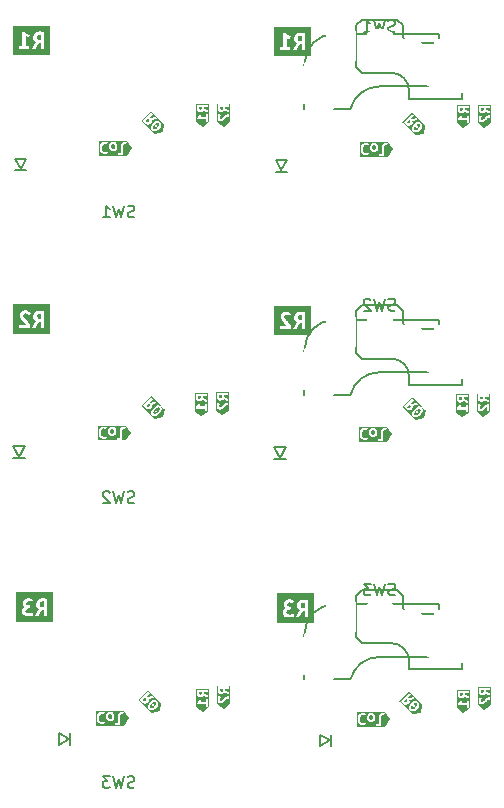
<source format=gbr>
%TF.GenerationSoftware,KiCad,Pcbnew,(6.0.4)*%
%TF.CreationDate,2022-12-14T16:12:08+01:00*%
%TF.ProjectId,column,636f6c75-6d6e-42e6-9b69-6361645f7063,rev?*%
%TF.SameCoordinates,Original*%
%TF.FileFunction,Legend,Bot*%
%TF.FilePolarity,Positive*%
%FSLAX46Y46*%
G04 Gerber Fmt 4.6, Leading zero omitted, Abs format (unit mm)*
G04 Created by KiCad (PCBNEW (6.0.4)) date 2022-12-14 16:12:08*
%MOMM*%
%LPD*%
G01*
G04 APERTURE LIST*
G04 Aperture macros list*
%AMHorizOval*
0 Thick line with rounded ends*
0 $1 width*
0 $2 $3 position (X,Y) of the first rounded end (center of the circle)*
0 $4 $5 position (X,Y) of the second rounded end (center of the circle)*
0 Add line between two ends*
20,1,$1,$2,$3,$4,$5,0*
0 Add two circle primitives to create the rounded ends*
1,1,$1,$2,$3*
1,1,$1,$4,$5*%
G04 Aperture macros list end*
%ADD10C,0.150000*%
%ADD11C,0.100000*%
%ADD12C,1.600000*%
%ADD13C,3.987800*%
%ADD14O,2.701800X1.701800*%
%ADD15C,2.032000*%
%ADD16HorizOval,2.032000X-0.608505X0.641231X0.608505X-0.641231X0*%
%ADD17HorizOval,2.032000X-0.608505X-0.641231X0.608505X0.641231X0*%
%ADD18HorizOval,2.032000X-1.269427X0.410014X1.269427X-0.410014X0*%
%ADD19HorizOval,2.032000X-1.269427X-0.410014X1.269427X0.410014X0*%
%ADD20C,3.000000*%
%ADD21R,2.600000X2.600000*%
%ADD22R,2.550000X2.500000*%
%ADD23C,0.500000*%
%ADD24R,1.600000X1.600000*%
G04 APERTURE END LIST*
D10*
%TO.C,SW2*%
X193614824Y-109156955D02*
X193471967Y-109204574D01*
X193233871Y-109204574D01*
X193138633Y-109156955D01*
X193091014Y-109109336D01*
X193043395Y-109014098D01*
X193043395Y-108918860D01*
X193091014Y-108823622D01*
X193138633Y-108776003D01*
X193233871Y-108728384D01*
X193424348Y-108680765D01*
X193519586Y-108633146D01*
X193567205Y-108585527D01*
X193614824Y-108490289D01*
X193614824Y-108395051D01*
X193567205Y-108299813D01*
X193519586Y-108252194D01*
X193424348Y-108204574D01*
X193186252Y-108204574D01*
X193043395Y-108252194D01*
X192710062Y-108204574D02*
X192471967Y-109204574D01*
X192281491Y-108490289D01*
X192091014Y-109204574D01*
X191852919Y-108204574D01*
X191519586Y-108299813D02*
X191471967Y-108252194D01*
X191376729Y-108204574D01*
X191138633Y-108204574D01*
X191043395Y-108252194D01*
X190995776Y-108299813D01*
X190948157Y-108395051D01*
X190948157Y-108490289D01*
X190995776Y-108633146D01*
X191567205Y-109204574D01*
X190948157Y-109204574D01*
%TO.C,SW3*%
X215709333Y-116954761D02*
X215566476Y-117002380D01*
X215328380Y-117002380D01*
X215233142Y-116954761D01*
X215185523Y-116907142D01*
X215137904Y-116811904D01*
X215137904Y-116716666D01*
X215185523Y-116621428D01*
X215233142Y-116573809D01*
X215328380Y-116526190D01*
X215518857Y-116478571D01*
X215614095Y-116430952D01*
X215661714Y-116383333D01*
X215709333Y-116288095D01*
X215709333Y-116192857D01*
X215661714Y-116097619D01*
X215614095Y-116050000D01*
X215518857Y-116002380D01*
X215280761Y-116002380D01*
X215137904Y-116050000D01*
X214804571Y-116002380D02*
X214566476Y-117002380D01*
X214376000Y-116288095D01*
X214185523Y-117002380D01*
X213947428Y-116002380D01*
X213661714Y-116002380D02*
X213042666Y-116002380D01*
X213376000Y-116383333D01*
X213233142Y-116383333D01*
X213137904Y-116430952D01*
X213090285Y-116478571D01*
X213042666Y-116573809D01*
X213042666Y-116811904D01*
X213090285Y-116907142D01*
X213137904Y-116954761D01*
X213233142Y-117002380D01*
X213518857Y-117002380D01*
X213614095Y-116954761D01*
X213661714Y-116907142D01*
X193614824Y-133254955D02*
X193471967Y-133302574D01*
X193233871Y-133302574D01*
X193138633Y-133254955D01*
X193091014Y-133207336D01*
X193043395Y-133112098D01*
X193043395Y-133016860D01*
X193091014Y-132921622D01*
X193138633Y-132874003D01*
X193233871Y-132826384D01*
X193424348Y-132778765D01*
X193519586Y-132731146D01*
X193567205Y-132683527D01*
X193614824Y-132588289D01*
X193614824Y-132493051D01*
X193567205Y-132397813D01*
X193519586Y-132350194D01*
X193424348Y-132302574D01*
X193186252Y-132302574D01*
X193043395Y-132350194D01*
X192710062Y-132302574D02*
X192471967Y-133302574D01*
X192281491Y-132588289D01*
X192091014Y-133302574D01*
X191852919Y-132302574D01*
X191567205Y-132302574D02*
X190948157Y-132302574D01*
X191281491Y-132683527D01*
X191138633Y-132683527D01*
X191043395Y-132731146D01*
X190995776Y-132778765D01*
X190948157Y-132874003D01*
X190948157Y-133112098D01*
X190995776Y-133207336D01*
X191043395Y-133254955D01*
X191138633Y-133302574D01*
X191424348Y-133302574D01*
X191519586Y-133254955D01*
X191567205Y-133207336D01*
%TO.C,SW2*%
X215709333Y-92856761D02*
X215566476Y-92904380D01*
X215328380Y-92904380D01*
X215233142Y-92856761D01*
X215185523Y-92809142D01*
X215137904Y-92713904D01*
X215137904Y-92618666D01*
X215185523Y-92523428D01*
X215233142Y-92475809D01*
X215328380Y-92428190D01*
X215518857Y-92380571D01*
X215614095Y-92332952D01*
X215661714Y-92285333D01*
X215709333Y-92190095D01*
X215709333Y-92094857D01*
X215661714Y-91999619D01*
X215614095Y-91952000D01*
X215518857Y-91904380D01*
X215280761Y-91904380D01*
X215137904Y-91952000D01*
X214804571Y-91904380D02*
X214566476Y-92904380D01*
X214376000Y-92190095D01*
X214185523Y-92904380D01*
X213947428Y-91904380D01*
X213614095Y-91999619D02*
X213566476Y-91952000D01*
X213471238Y-91904380D01*
X213233142Y-91904380D01*
X213137904Y-91952000D01*
X213090285Y-91999619D01*
X213042666Y-92094857D01*
X213042666Y-92190095D01*
X213090285Y-92332952D01*
X213661714Y-92904380D01*
X213042666Y-92904380D01*
%TO.C,SW1*%
X193614824Y-84958955D02*
X193471967Y-85006574D01*
X193233871Y-85006574D01*
X193138633Y-84958955D01*
X193091014Y-84911336D01*
X193043395Y-84816098D01*
X193043395Y-84720860D01*
X193091014Y-84625622D01*
X193138633Y-84578003D01*
X193233871Y-84530384D01*
X193424348Y-84482765D01*
X193519586Y-84435146D01*
X193567205Y-84387527D01*
X193614824Y-84292289D01*
X193614824Y-84197051D01*
X193567205Y-84101813D01*
X193519586Y-84054194D01*
X193424348Y-84006574D01*
X193186252Y-84006574D01*
X193043395Y-84054194D01*
X192710062Y-84006574D02*
X192471967Y-85006574D01*
X192281491Y-84292289D01*
X192091014Y-85006574D01*
X191852919Y-84006574D01*
X190948157Y-85006574D02*
X191519586Y-85006574D01*
X191233871Y-85006574D02*
X191233871Y-84006574D01*
X191329110Y-84149432D01*
X191424348Y-84244670D01*
X191519586Y-84292289D01*
X215709333Y-69238761D02*
X215566476Y-69286380D01*
X215328380Y-69286380D01*
X215233142Y-69238761D01*
X215185523Y-69191142D01*
X215137904Y-69095904D01*
X215137904Y-69000666D01*
X215185523Y-68905428D01*
X215233142Y-68857809D01*
X215328380Y-68810190D01*
X215518857Y-68762571D01*
X215614095Y-68714952D01*
X215661714Y-68667333D01*
X215709333Y-68572095D01*
X215709333Y-68476857D01*
X215661714Y-68381619D01*
X215614095Y-68334000D01*
X215518857Y-68286380D01*
X215280761Y-68286380D01*
X215137904Y-68334000D01*
X214804571Y-68286380D02*
X214566476Y-69286380D01*
X214376000Y-68572095D01*
X214185523Y-69286380D01*
X213947428Y-68286380D01*
X213042666Y-69286380D02*
X213614095Y-69286380D01*
X213328380Y-69286380D02*
X213328380Y-68286380D01*
X213423619Y-68429238D01*
X213518857Y-68524476D01*
X213614095Y-68572095D01*
%TO.C,SW3*%
X221376000Y-118550000D02*
X216876000Y-118550000D01*
X221376000Y-119150000D02*
X221376000Y-118550000D01*
X210566000Y-117765000D02*
X219456000Y-117765000D01*
X212376000Y-120550000D02*
X212876000Y-121050000D01*
X219456000Y-117765000D02*
X219456000Y-118146000D01*
X215876000Y-116550000D02*
X216376000Y-117050000D01*
X212376000Y-117050000D02*
X212376000Y-120550000D01*
X216376000Y-118050000D02*
X216376000Y-117050000D01*
X212876000Y-121050000D02*
X215376000Y-121050000D01*
X216876000Y-122550000D02*
X216876000Y-123250000D01*
X221376000Y-123250000D02*
X221376000Y-122750000D01*
X212376000Y-117050000D02*
X212876000Y-116550000D01*
X208026000Y-123734000D02*
X208026000Y-124115000D01*
X212876000Y-116550000D02*
X215876000Y-116550000D01*
X211911838Y-124115000D02*
X210516734Y-124113475D01*
X219456000Y-121194000D02*
X219456000Y-122210000D01*
X208026000Y-120305000D02*
X208026000Y-120686000D01*
X219456000Y-122210000D02*
X214376000Y-122210000D01*
X216876000Y-123250000D02*
X221376000Y-123250000D01*
X216876000Y-122550000D02*
G75*
G03*
X215376000Y-121050000I-1500000J0D01*
G01*
X214376000Y-122209999D02*
G75*
G03*
X211911838Y-124133960I0J-2540000D01*
G01*
X210566000Y-117765000D02*
G75*
G03*
X208026000Y-120305000I1J-2540001D01*
G01*
X216376000Y-118050000D02*
G75*
G03*
X216876000Y-118550000I500000J0D01*
G01*
%TO.C,SW2*%
X208026000Y-96207000D02*
X208026000Y-96588000D01*
X219456000Y-93667000D02*
X219456000Y-94048000D01*
X212376000Y-96452000D02*
X212876000Y-96952000D01*
X212376000Y-92952000D02*
X212876000Y-92452000D01*
X216876000Y-98452000D02*
X216876000Y-99152000D01*
X219456000Y-98112000D02*
X214376000Y-98112000D01*
X210566000Y-93667000D02*
X219456000Y-93667000D01*
X216376000Y-93952000D02*
X216376000Y-92952000D01*
X208026000Y-99636000D02*
X208026000Y-100017000D01*
X221376000Y-99152000D02*
X221376000Y-98652000D01*
X221376000Y-94452000D02*
X216876000Y-94452000D01*
X212876000Y-96952000D02*
X215376000Y-96952000D01*
X212876000Y-92452000D02*
X215876000Y-92452000D01*
X215876000Y-92452000D02*
X216376000Y-92952000D01*
X211911838Y-100017000D02*
X210516734Y-100015475D01*
X216876000Y-99152000D02*
X221376000Y-99152000D01*
X221376000Y-95052000D02*
X221376000Y-94452000D01*
X219456000Y-97096000D02*
X219456000Y-98112000D01*
X212376000Y-92952000D02*
X212376000Y-96452000D01*
X216376000Y-93952000D02*
G75*
G03*
X216876000Y-94452000I500000J0D01*
G01*
X214376000Y-98111999D02*
G75*
G03*
X211911838Y-100035960I0J-2540000D01*
G01*
X210566000Y-93667000D02*
G75*
G03*
X208026000Y-96207000I1J-2540001D01*
G01*
X216876000Y-98452000D02*
G75*
G03*
X215376000Y-96952000I-1500000J0D01*
G01*
%TO.C,SW1*%
X212376000Y-72254000D02*
X212876000Y-72754000D01*
X210566000Y-69469000D02*
X219456000Y-69469000D01*
X212376000Y-68754000D02*
X212876000Y-68254000D01*
X215876000Y-68254000D02*
X216376000Y-68754000D01*
X216876000Y-74254000D02*
X216876000Y-74954000D01*
X208026000Y-75438000D02*
X208026000Y-75819000D01*
X221376000Y-70254000D02*
X216876000Y-70254000D01*
X216876000Y-74954000D02*
X221376000Y-74954000D01*
X212376000Y-68754000D02*
X212376000Y-72254000D01*
X208026000Y-72009000D02*
X208026000Y-72390000D01*
X219456000Y-73914000D02*
X214376000Y-73914000D01*
X221376000Y-70854000D02*
X221376000Y-70254000D01*
X212876000Y-68254000D02*
X215876000Y-68254000D01*
X212876000Y-72754000D02*
X215376000Y-72754000D01*
X219456000Y-72898000D02*
X219456000Y-73914000D01*
X221376000Y-74954000D02*
X221376000Y-74454000D01*
X219456000Y-69469000D02*
X219456000Y-69850000D01*
X211911838Y-75819000D02*
X210516734Y-75817475D01*
X216376000Y-69754000D02*
X216376000Y-68754000D01*
X216376000Y-69754000D02*
G75*
G03*
X216876000Y-70254000I500000J0D01*
G01*
X214376000Y-73913999D02*
G75*
G03*
X211911838Y-75837960I0J-2540000D01*
G01*
X210566000Y-69469000D02*
G75*
G03*
X208026000Y-72009000I1J-2540001D01*
G01*
X216876000Y-74254000D02*
G75*
G03*
X215376000Y-72754000I-1500000J0D01*
G01*
%TO.C,kibuzzard-6399CA4F*%
G36*
X201062977Y-100126043D02*
G01*
X201053253Y-100212165D01*
X201024083Y-100270506D01*
X200913752Y-100314956D01*
X200846283Y-100303049D01*
X200799452Y-100267331D01*
X200772067Y-100212165D01*
X200762939Y-100141918D01*
X200763733Y-100114931D01*
X200767702Y-100083181D01*
X201062977Y-100083181D01*
X201062977Y-100126043D01*
G37*
G36*
X201084408Y-101774574D02*
G01*
X200515818Y-101395514D01*
X200515818Y-100976943D01*
X200581964Y-100976943D01*
X200599427Y-101092831D01*
X200651814Y-101191256D01*
X200739920Y-101259518D01*
X200862952Y-101284918D01*
X200960583Y-101265868D01*
X201051864Y-101215068D01*
X201137589Y-101143631D01*
X201216964Y-101062668D01*
X201262208Y-101015043D01*
X201316183Y-100964243D01*
X201372539Y-100923762D01*
X201424927Y-100907093D01*
X201424927Y-101329368D01*
X201586852Y-101329368D01*
X201586852Y-100688018D01*
X201547164Y-100684049D01*
X201513827Y-100684843D01*
X201437627Y-100692185D01*
X201367777Y-100714212D01*
X201303681Y-100747549D01*
X201244745Y-100788824D01*
X201190374Y-100835656D01*
X201139970Y-100885662D01*
X201092544Y-100935668D01*
X201047102Y-100982499D01*
X200961377Y-101057112D01*
X200877239Y-101086481D01*
X200784371Y-101049968D01*
X200751827Y-100957893D01*
X200774052Y-100861056D01*
X200848664Y-100761043D01*
X200712139Y-100664206D01*
X200654195Y-100732667D01*
X200613714Y-100811049D01*
X200589902Y-100894195D01*
X200581964Y-100976943D01*
X200515818Y-100976943D01*
X200515818Y-100141918D01*
X200593077Y-100141918D01*
X200597839Y-100222087D01*
X200612127Y-100294318D01*
X200636336Y-100357818D01*
X200670864Y-100411793D01*
X200771670Y-100487199D01*
X200838147Y-100506845D01*
X200915339Y-100513393D01*
X200997095Y-100504662D01*
X201070914Y-100478468D01*
X201132430Y-100432034D01*
X201177277Y-100362581D01*
X201268558Y-100419731D01*
X201373333Y-100478468D01*
X201482871Y-100533237D01*
X201586852Y-100578481D01*
X201586852Y-100373693D01*
X201493388Y-100334204D01*
X201403496Y-100288762D01*
X201314794Y-100238557D01*
X201224902Y-100184781D01*
X201224902Y-100083181D01*
X201586852Y-100083181D01*
X201586852Y-99887918D01*
X200618477Y-99887918D01*
X200606570Y-99950624D01*
X200598633Y-100019681D01*
X200594664Y-100086356D01*
X200593077Y-100141918D01*
X200515818Y-100141918D01*
X200515818Y-99821772D01*
X201652998Y-99821772D01*
X201652998Y-101395514D01*
X201084408Y-101774574D01*
G37*
%TO.C,kibuzzard-6399CA47*%
G36*
X199393491Y-126856361D02*
G01*
X198830458Y-126481006D01*
X198830458Y-126219597D01*
X198907716Y-126219597D01*
X199728454Y-126219597D01*
X199728454Y-126414860D01*
X199890379Y-126414860D01*
X199890379Y-125817960D01*
X199728454Y-125817960D01*
X199728454Y-126024335D01*
X199179178Y-126024335D01*
X199235535Y-125922735D01*
X199274429Y-125825897D01*
X199112504Y-125762397D01*
X199075991Y-125844947D01*
X199026778Y-125933847D01*
X198969628Y-126017985D01*
X198907716Y-126086247D01*
X198907716Y-126219597D01*
X198830458Y-126219597D01*
X198830458Y-125232172D01*
X198896603Y-125232172D01*
X198901366Y-125312341D01*
X198915653Y-125384572D01*
X198939863Y-125448072D01*
X198974391Y-125502047D01*
X199075197Y-125577454D01*
X199141674Y-125597099D01*
X199218866Y-125603647D01*
X199300622Y-125594916D01*
X199374441Y-125568722D01*
X199435957Y-125522288D01*
X199480804Y-125452835D01*
X199572085Y-125509985D01*
X199676860Y-125568722D01*
X199786397Y-125623491D01*
X199890379Y-125668735D01*
X199890379Y-125463947D01*
X199796914Y-125424458D01*
X199707022Y-125379016D01*
X199618321Y-125328812D01*
X199528428Y-125275035D01*
X199528428Y-125173435D01*
X199890379Y-125173435D01*
X199890379Y-124978172D01*
X198922003Y-124978172D01*
X198910097Y-125040879D01*
X198902160Y-125109935D01*
X198898191Y-125176610D01*
X198896603Y-125232172D01*
X198830458Y-125232172D01*
X198830458Y-124912027D01*
X199956524Y-124912027D01*
X199956524Y-126481006D01*
X199393491Y-126856361D01*
G37*
G36*
X199366503Y-125216297D02*
G01*
X199356780Y-125302419D01*
X199327610Y-125360760D01*
X199217278Y-125405210D01*
X199149810Y-125393304D01*
X199102979Y-125357585D01*
X199075594Y-125302419D01*
X199066466Y-125232172D01*
X199067260Y-125205185D01*
X199071228Y-125173435D01*
X199366503Y-125173435D01*
X199366503Y-125216297D01*
G37*
%TO.C,kibuzzard-6399CA1D*%
G36*
X194837077Y-125081081D02*
G01*
X195325379Y-125569382D01*
X195618360Y-125862363D01*
X195859704Y-126103708D01*
X195906477Y-126150480D01*
X195770027Y-126832730D01*
X195087777Y-126969180D01*
X195041005Y-126922407D01*
X194582264Y-126463666D01*
X194755632Y-126463666D01*
X194785192Y-126553094D01*
X194846432Y-126634291D01*
X194928689Y-126696716D01*
X195018304Y-126726838D01*
X195115278Y-126724654D01*
X195192769Y-126701187D01*
X195274257Y-126658285D01*
X195359745Y-126595949D01*
X195449232Y-126514180D01*
X195531527Y-126424167D01*
X195594319Y-126338223D01*
X195637607Y-126256349D01*
X195661390Y-126178543D01*
X195663885Y-126081257D01*
X195633951Y-125991454D01*
X195571587Y-125909135D01*
X195489269Y-125846773D01*
X195399466Y-125816838D01*
X195302180Y-125819333D01*
X195224374Y-125843116D01*
X195142500Y-125886404D01*
X195056556Y-125949196D01*
X194966543Y-126031492D01*
X194885300Y-126120592D01*
X194823420Y-126206045D01*
X194780904Y-126287850D01*
X194757752Y-126366006D01*
X194755632Y-126463666D01*
X194582264Y-126463666D01*
X194018378Y-125899780D01*
X193971605Y-125853008D01*
X193997423Y-125827190D01*
X194090968Y-125827190D01*
X194126890Y-125879949D01*
X194170107Y-125934392D01*
X194214446Y-125984345D01*
X194252612Y-126024756D01*
X194312668Y-126078076D01*
X194373846Y-126119048D01*
X194435866Y-126146831D01*
X194498447Y-126160582D01*
X194623049Y-126142622D01*
X194683945Y-126109507D01*
X194743159Y-126059555D01*
X194794796Y-125995570D01*
X194828471Y-125924851D01*
X194839136Y-125848519D01*
X194821737Y-125767696D01*
X194926693Y-125743562D01*
X195042314Y-125711008D01*
X195158496Y-125672281D01*
X195264014Y-125630747D01*
X195119207Y-125485940D01*
X195025195Y-125524106D01*
X194929500Y-125555537D01*
X194831278Y-125582759D01*
X194729689Y-125608297D01*
X194657847Y-125536455D01*
X194913784Y-125280517D01*
X194775712Y-125142446D01*
X194090968Y-125827190D01*
X193997423Y-125827190D01*
X194790305Y-125034308D01*
X194837077Y-125081081D01*
G37*
G36*
X194573657Y-125681261D02*
G01*
X194627679Y-125749034D01*
X194648305Y-125810914D01*
X194601720Y-125920361D01*
X194545594Y-125959650D01*
X194487222Y-125967507D01*
X194428850Y-125947862D01*
X194372723Y-125904645D01*
X194354202Y-125885001D01*
X194334558Y-125859744D01*
X194543349Y-125650953D01*
X194573657Y-125681261D01*
G37*
G36*
X195452599Y-126028124D02*
G01*
X195453375Y-126029593D01*
X195487398Y-126094072D01*
X195477295Y-126177421D01*
X195445864Y-126241903D01*
X195394976Y-126312623D01*
X195324630Y-126389579D01*
X195248299Y-126459300D01*
X195177953Y-126509815D01*
X195113595Y-126541121D01*
X195030247Y-126551223D01*
X194964298Y-126516425D01*
X194930201Y-126451177D01*
X194940163Y-126367690D01*
X194971157Y-126303019D01*
X194979078Y-126291918D01*
X195099002Y-126291918D01*
X195122575Y-126360393D01*
X195189366Y-126382282D01*
X195259523Y-126346923D01*
X195294322Y-126277326D01*
X195271872Y-126211097D01*
X195203958Y-126186962D01*
X195134923Y-126222322D01*
X195099002Y-126291918D01*
X194979078Y-126291918D01*
X195021485Y-126232487D01*
X195091144Y-126156092D01*
X195168162Y-126085809D01*
X195239069Y-126035108D01*
X195303864Y-126003989D01*
X195387352Y-125994026D01*
X195452599Y-126028124D01*
G37*
G36*
X216668166Y-125781067D02*
G01*
X216722188Y-125848840D01*
X216742814Y-125910720D01*
X216696229Y-126020167D01*
X216640103Y-126059456D01*
X216581731Y-126067313D01*
X216523359Y-126047668D01*
X216467232Y-126004451D01*
X216448711Y-125984807D01*
X216429067Y-125959550D01*
X216637858Y-125750759D01*
X216668166Y-125781067D01*
G37*
G36*
X216931586Y-125180887D02*
G01*
X217419888Y-125669188D01*
X217712869Y-125962169D01*
X217954213Y-126203514D01*
X218000986Y-126250286D01*
X217864536Y-126932536D01*
X217182286Y-127068986D01*
X217135514Y-127022213D01*
X216676773Y-126563472D01*
X216850141Y-126563472D01*
X216879701Y-126652900D01*
X216940941Y-126734097D01*
X217023198Y-126796522D01*
X217112813Y-126826644D01*
X217209787Y-126824460D01*
X217287278Y-126800993D01*
X217368766Y-126758091D01*
X217454254Y-126695755D01*
X217543741Y-126613986D01*
X217626036Y-126523973D01*
X217688828Y-126438029D01*
X217732116Y-126356155D01*
X217755899Y-126278349D01*
X217758394Y-126181063D01*
X217728460Y-126091260D01*
X217666096Y-126008941D01*
X217583778Y-125946579D01*
X217493975Y-125916644D01*
X217396689Y-125919139D01*
X217318883Y-125942922D01*
X217237009Y-125986210D01*
X217151065Y-126049002D01*
X217061052Y-126131298D01*
X216979809Y-126220398D01*
X216917929Y-126305851D01*
X216875413Y-126387656D01*
X216852261Y-126465812D01*
X216850141Y-126563472D01*
X216676773Y-126563472D01*
X216112887Y-125999586D01*
X216066114Y-125952814D01*
X216091932Y-125926996D01*
X216185477Y-125926996D01*
X216221399Y-125979755D01*
X216264616Y-126034198D01*
X216308955Y-126084151D01*
X216347121Y-126124562D01*
X216407177Y-126177882D01*
X216468355Y-126218854D01*
X216530375Y-126246637D01*
X216592956Y-126260388D01*
X216717558Y-126242428D01*
X216778454Y-126209313D01*
X216837668Y-126159361D01*
X216889305Y-126095376D01*
X216922980Y-126024657D01*
X216933645Y-125948325D01*
X216916246Y-125867502D01*
X217021202Y-125843368D01*
X217136823Y-125810814D01*
X217253005Y-125772087D01*
X217358523Y-125730553D01*
X217213716Y-125585746D01*
X217119704Y-125623912D01*
X217024009Y-125655343D01*
X216925787Y-125682565D01*
X216824198Y-125708103D01*
X216752356Y-125636261D01*
X217008293Y-125380323D01*
X216870221Y-125242252D01*
X216185477Y-125926996D01*
X216091932Y-125926996D01*
X216884814Y-125134114D01*
X216931586Y-125180887D01*
G37*
G36*
X217547108Y-126127930D02*
G01*
X217547884Y-126129399D01*
X217581907Y-126193878D01*
X217571804Y-126277227D01*
X217540373Y-126341709D01*
X217489485Y-126412429D01*
X217419139Y-126489385D01*
X217342808Y-126559106D01*
X217272462Y-126609621D01*
X217208104Y-126640927D01*
X217124756Y-126651029D01*
X217058807Y-126616231D01*
X217024710Y-126550983D01*
X217034672Y-126467496D01*
X217065666Y-126402825D01*
X217073587Y-126391724D01*
X217193511Y-126391724D01*
X217217084Y-126460199D01*
X217283875Y-126482088D01*
X217354032Y-126446729D01*
X217388831Y-126377132D01*
X217366381Y-126310903D01*
X217298467Y-126286768D01*
X217229432Y-126322128D01*
X217193511Y-126391724D01*
X217073587Y-126391724D01*
X217115994Y-126332293D01*
X217185653Y-126255898D01*
X217262671Y-126185615D01*
X217333578Y-126134914D01*
X217398373Y-126103795D01*
X217481861Y-126093832D01*
X217547108Y-126127930D01*
G37*
%TO.C,D2*%
X205483046Y-104483411D02*
X205983046Y-105383411D01*
X205983046Y-105383411D02*
X206483046Y-104483411D01*
X206483046Y-105483411D02*
X205483046Y-105483411D01*
X206483046Y-104483411D02*
X205483046Y-104483411D01*
%TO.C,D3*%
X209304000Y-128786000D02*
X209304000Y-129786000D01*
X209304000Y-129786000D02*
X210204000Y-129286000D01*
X210204000Y-129286000D02*
X209304000Y-128786000D01*
X210304000Y-128786000D02*
X210304000Y-129786000D01*
%TO.C,kibuzzard-6399CA47*%
G36*
X221488000Y-77426167D02*
G01*
X220924967Y-77050812D01*
X220924967Y-76789403D01*
X221002225Y-76789403D01*
X221822963Y-76789403D01*
X221822963Y-76984666D01*
X221984888Y-76984666D01*
X221984888Y-76387766D01*
X221822963Y-76387766D01*
X221822963Y-76594141D01*
X221273687Y-76594141D01*
X221330044Y-76492541D01*
X221368938Y-76395703D01*
X221207013Y-76332203D01*
X221170500Y-76414753D01*
X221121287Y-76503653D01*
X221064137Y-76587791D01*
X221002225Y-76656053D01*
X221002225Y-76789403D01*
X220924967Y-76789403D01*
X220924967Y-75801978D01*
X220991112Y-75801978D01*
X220995875Y-75882147D01*
X221010162Y-75954378D01*
X221034372Y-76017878D01*
X221068900Y-76071853D01*
X221169706Y-76147260D01*
X221236183Y-76166905D01*
X221313375Y-76173453D01*
X221395131Y-76164722D01*
X221468950Y-76138528D01*
X221530466Y-76092094D01*
X221575313Y-76022641D01*
X221666594Y-76079791D01*
X221771369Y-76138528D01*
X221880906Y-76193297D01*
X221984888Y-76238541D01*
X221984888Y-76033753D01*
X221891423Y-75994264D01*
X221801531Y-75948822D01*
X221712830Y-75898618D01*
X221622937Y-75844841D01*
X221622937Y-75743241D01*
X221984888Y-75743241D01*
X221984888Y-75547978D01*
X221016512Y-75547978D01*
X221004606Y-75610685D01*
X220996669Y-75679741D01*
X220992700Y-75746416D01*
X220991112Y-75801978D01*
X220924967Y-75801978D01*
X220924967Y-75481833D01*
X222051033Y-75481833D01*
X222051033Y-77050812D01*
X221488000Y-77426167D01*
G37*
G36*
X221461012Y-75786103D02*
G01*
X221451289Y-75872225D01*
X221422119Y-75930566D01*
X221311787Y-75975016D01*
X221244319Y-75963110D01*
X221197488Y-75927391D01*
X221170103Y-75872225D01*
X221160975Y-75801978D01*
X221161769Y-75774991D01*
X221165737Y-75743241D01*
X221461012Y-75743241D01*
X221461012Y-75786103D01*
G37*
G36*
X199366503Y-75686297D02*
G01*
X199356780Y-75772419D01*
X199327610Y-75830760D01*
X199217278Y-75875210D01*
X199149810Y-75863304D01*
X199102979Y-75827585D01*
X199075594Y-75772419D01*
X199066466Y-75702172D01*
X199067260Y-75675185D01*
X199071228Y-75643435D01*
X199366503Y-75643435D01*
X199366503Y-75686297D01*
G37*
G36*
X199393491Y-77326361D02*
G01*
X198830458Y-76951006D01*
X198830458Y-76689597D01*
X198907716Y-76689597D01*
X199728454Y-76689597D01*
X199728454Y-76884860D01*
X199890379Y-76884860D01*
X199890379Y-76287960D01*
X199728454Y-76287960D01*
X199728454Y-76494335D01*
X199179178Y-76494335D01*
X199235535Y-76392735D01*
X199274429Y-76295897D01*
X199112504Y-76232397D01*
X199075991Y-76314947D01*
X199026778Y-76403847D01*
X198969628Y-76487985D01*
X198907716Y-76556247D01*
X198907716Y-76689597D01*
X198830458Y-76689597D01*
X198830458Y-75702172D01*
X198896603Y-75702172D01*
X198901366Y-75782341D01*
X198915653Y-75854572D01*
X198939863Y-75918072D01*
X198974391Y-75972047D01*
X199075197Y-76047454D01*
X199141674Y-76067099D01*
X199218866Y-76073647D01*
X199300622Y-76064916D01*
X199374441Y-76038722D01*
X199435957Y-75992288D01*
X199480804Y-75922835D01*
X199572085Y-75979985D01*
X199676860Y-76038722D01*
X199786397Y-76093491D01*
X199890379Y-76138735D01*
X199890379Y-75933947D01*
X199796914Y-75894458D01*
X199707022Y-75849016D01*
X199618321Y-75798812D01*
X199528428Y-75745035D01*
X199528428Y-75643435D01*
X199890379Y-75643435D01*
X199890379Y-75448172D01*
X198922003Y-75448172D01*
X198910097Y-75510879D01*
X198902160Y-75579935D01*
X198898191Y-75646610D01*
X198896603Y-75702172D01*
X198830458Y-75702172D01*
X198830458Y-75382027D01*
X199956524Y-75382027D01*
X199956524Y-76951006D01*
X199393491Y-77326361D01*
G37*
%TO.C,kibuzzard-6399CA3A*%
G36*
X215284667Y-127508000D02*
G01*
X214869624Y-128130565D01*
X212451333Y-128130565D01*
X212451333Y-128064419D01*
X214119266Y-128064419D01*
X214520903Y-128064419D01*
X214520903Y-127254794D01*
X214551066Y-127151606D01*
X214627266Y-127124619D01*
X214725691Y-127140494D01*
X214778078Y-127161131D01*
X214803478Y-127003969D01*
X214782047Y-126992856D01*
X214738391Y-126976187D01*
X214672510Y-126961106D01*
X214584403Y-126954756D01*
X214467722Y-126974798D01*
X214387553Y-127034925D01*
X214341119Y-127133548D01*
X214325641Y-127269081D01*
X214325641Y-127902494D01*
X214119266Y-127902494D01*
X214119266Y-128064419D01*
X212451333Y-128064419D01*
X212451333Y-127464344D01*
X212517478Y-127464344D01*
X212525813Y-127579834D01*
X212550816Y-127681831D01*
X212590702Y-127769739D01*
X212643685Y-127842963D01*
X212708772Y-127900906D01*
X212784972Y-127942975D01*
X212870499Y-127968573D01*
X212963566Y-127977106D01*
X213058022Y-127968375D01*
X213131841Y-127948531D01*
X213185022Y-127924719D01*
X213217566Y-127905669D01*
X213166766Y-127750094D01*
X213078660Y-127790575D01*
X212960391Y-127807244D01*
X212870697Y-127790575D01*
X212792910Y-127735013D01*
X212737347Y-127631031D01*
X212721274Y-127558006D01*
X212715916Y-127469106D01*
X212722354Y-127365654D01*
X212726574Y-127346869D01*
X213314403Y-127346869D01*
X213320952Y-127430411D01*
X213340597Y-127506413D01*
X213371950Y-127573484D01*
X213413622Y-127630238D01*
X213465018Y-127675878D01*
X213525541Y-127709613D01*
X213593407Y-127730448D01*
X213666828Y-127737394D01*
X213741243Y-127730448D01*
X213808910Y-127709613D01*
X213868838Y-127675878D01*
X213920035Y-127630238D01*
X213961508Y-127573484D01*
X213992266Y-127506413D01*
X214011316Y-127430411D01*
X214017666Y-127346869D01*
X214011316Y-127262136D01*
X213992266Y-127185738D01*
X213961707Y-127118467D01*
X213920828Y-127061119D01*
X213870227Y-127014684D01*
X213810497Y-126980156D01*
X213742433Y-126958725D01*
X213666828Y-126951581D01*
X213591224Y-126958725D01*
X213523160Y-126980156D01*
X213463232Y-127014684D01*
X213412035Y-127061119D01*
X213370561Y-127118467D01*
X213339803Y-127185738D01*
X213320753Y-127262136D01*
X213314403Y-127346869D01*
X212726574Y-127346869D01*
X212741669Y-127279665D01*
X212773860Y-127211138D01*
X212850258Y-127143867D01*
X212963566Y-127121444D01*
X213089772Y-127138906D01*
X213169941Y-127173831D01*
X213219153Y-127019844D01*
X213107235Y-126973012D01*
X213031233Y-126956939D01*
X212944516Y-126951581D01*
X212816810Y-126966398D01*
X212710977Y-127010848D01*
X212627016Y-127084931D01*
X212579093Y-127158651D01*
X212544863Y-127246459D01*
X212524325Y-127348357D01*
X212517478Y-127464344D01*
X212451333Y-127464344D01*
X212451333Y-126885435D01*
X214869624Y-126885435D01*
X215284667Y-127508000D01*
G37*
G36*
X213730527Y-127136922D02*
G01*
X213778747Y-127183356D01*
X213807918Y-127254794D01*
X213817641Y-127345281D01*
X213808711Y-127435570D01*
X213781922Y-127506413D01*
X213735289Y-127552252D01*
X213666828Y-127567531D01*
X213599955Y-127552252D01*
X213551735Y-127506413D01*
X213522564Y-127435570D01*
X213512841Y-127345281D01*
X213521771Y-127254794D01*
X213548560Y-127183356D01*
X213595193Y-127136922D01*
X213663653Y-127121444D01*
X213730527Y-127136922D01*
G37*
%TO.C,kibuzzard-6399CA1D*%
G36*
X216948410Y-100864683D02*
G01*
X217002432Y-100932456D01*
X217023058Y-100994336D01*
X216976473Y-101103783D01*
X216920347Y-101143072D01*
X216861975Y-101150929D01*
X216803603Y-101131284D01*
X216747476Y-101088067D01*
X216728955Y-101068423D01*
X216709311Y-101043166D01*
X216918102Y-100834375D01*
X216948410Y-100864683D01*
G37*
G36*
X217827352Y-101211546D02*
G01*
X217828128Y-101213015D01*
X217862151Y-101277494D01*
X217852048Y-101360843D01*
X217820617Y-101425325D01*
X217769729Y-101496045D01*
X217699383Y-101573001D01*
X217623052Y-101642722D01*
X217552706Y-101693237D01*
X217488348Y-101724543D01*
X217405000Y-101734645D01*
X217339051Y-101699847D01*
X217304954Y-101634599D01*
X217314916Y-101551112D01*
X217345910Y-101486441D01*
X217353831Y-101475340D01*
X217473755Y-101475340D01*
X217497328Y-101543815D01*
X217564119Y-101565704D01*
X217634276Y-101530345D01*
X217669075Y-101460748D01*
X217646625Y-101394519D01*
X217578711Y-101370384D01*
X217509676Y-101405744D01*
X217473755Y-101475340D01*
X217353831Y-101475340D01*
X217396238Y-101415909D01*
X217465897Y-101339514D01*
X217542915Y-101269231D01*
X217613822Y-101218530D01*
X217678617Y-101187411D01*
X217762105Y-101177448D01*
X217827352Y-101211546D01*
G37*
G36*
X217211830Y-100264503D02*
G01*
X217700132Y-100752804D01*
X217993113Y-101045785D01*
X218234457Y-101287130D01*
X218281230Y-101333902D01*
X218144780Y-102016152D01*
X217462530Y-102152602D01*
X217415758Y-102105829D01*
X216957017Y-101647088D01*
X217130385Y-101647088D01*
X217159945Y-101736516D01*
X217221185Y-101817713D01*
X217303442Y-101880138D01*
X217393057Y-101910260D01*
X217490031Y-101908076D01*
X217567522Y-101884609D01*
X217649010Y-101841707D01*
X217734498Y-101779371D01*
X217823985Y-101697602D01*
X217906280Y-101607589D01*
X217969072Y-101521645D01*
X218012360Y-101439771D01*
X218036143Y-101361965D01*
X218038638Y-101264679D01*
X218008704Y-101174876D01*
X217946340Y-101092557D01*
X217864022Y-101030195D01*
X217774219Y-101000260D01*
X217676933Y-101002755D01*
X217599127Y-101026538D01*
X217517253Y-101069826D01*
X217431309Y-101132618D01*
X217341296Y-101214914D01*
X217260053Y-101304014D01*
X217198173Y-101389467D01*
X217155657Y-101471272D01*
X217132505Y-101549428D01*
X217130385Y-101647088D01*
X216957017Y-101647088D01*
X216393131Y-101083202D01*
X216346358Y-101036430D01*
X216372176Y-101010612D01*
X216465721Y-101010612D01*
X216501643Y-101063371D01*
X216544860Y-101117814D01*
X216589199Y-101167767D01*
X216627365Y-101208178D01*
X216687421Y-101261498D01*
X216748599Y-101302470D01*
X216810619Y-101330253D01*
X216873200Y-101344004D01*
X216997802Y-101326044D01*
X217058698Y-101292929D01*
X217117912Y-101242977D01*
X217169549Y-101178992D01*
X217203224Y-101108273D01*
X217213889Y-101031941D01*
X217196490Y-100951118D01*
X217301446Y-100926984D01*
X217417067Y-100894430D01*
X217533249Y-100855703D01*
X217638767Y-100814169D01*
X217493960Y-100669362D01*
X217399948Y-100707528D01*
X217304253Y-100738959D01*
X217206031Y-100766181D01*
X217104442Y-100791719D01*
X217032600Y-100719877D01*
X217288537Y-100463939D01*
X217150465Y-100325868D01*
X216465721Y-101010612D01*
X216372176Y-101010612D01*
X217165058Y-100217730D01*
X217211830Y-100264503D01*
G37*
%TO.C,kibuzzard-6399CA3A*%
G36*
X215453251Y-103363486D02*
G01*
X215038208Y-103986051D01*
X212619917Y-103986051D01*
X212619917Y-103919905D01*
X214287850Y-103919905D01*
X214689487Y-103919905D01*
X214689487Y-103110280D01*
X214719650Y-103007092D01*
X214795850Y-102980105D01*
X214894275Y-102995980D01*
X214946662Y-103016617D01*
X214972062Y-102859455D01*
X214950631Y-102848342D01*
X214906975Y-102831673D01*
X214841094Y-102816592D01*
X214752987Y-102810242D01*
X214636306Y-102830284D01*
X214556137Y-102890411D01*
X214509703Y-102989034D01*
X214494225Y-103124567D01*
X214494225Y-103757980D01*
X214287850Y-103757980D01*
X214287850Y-103919905D01*
X212619917Y-103919905D01*
X212619917Y-103319830D01*
X212686062Y-103319830D01*
X212694397Y-103435320D01*
X212719400Y-103537317D01*
X212759286Y-103625225D01*
X212812269Y-103698449D01*
X212877356Y-103756392D01*
X212953556Y-103798461D01*
X213039083Y-103824059D01*
X213132150Y-103832592D01*
X213226606Y-103823861D01*
X213300425Y-103804017D01*
X213353606Y-103780205D01*
X213386150Y-103761155D01*
X213335350Y-103605580D01*
X213247244Y-103646061D01*
X213128975Y-103662730D01*
X213039281Y-103646061D01*
X212961494Y-103590499D01*
X212905931Y-103486517D01*
X212889858Y-103413492D01*
X212884500Y-103324592D01*
X212890938Y-103221140D01*
X212895158Y-103202355D01*
X213482987Y-103202355D01*
X213489536Y-103285897D01*
X213509181Y-103361899D01*
X213540534Y-103428970D01*
X213582206Y-103485724D01*
X213633602Y-103531364D01*
X213694125Y-103565099D01*
X213761991Y-103585934D01*
X213835412Y-103592880D01*
X213909827Y-103585934D01*
X213977494Y-103565099D01*
X214037422Y-103531364D01*
X214088619Y-103485724D01*
X214130092Y-103428970D01*
X214160850Y-103361899D01*
X214179900Y-103285897D01*
X214186250Y-103202355D01*
X214179900Y-103117622D01*
X214160850Y-103041224D01*
X214130291Y-102973953D01*
X214089412Y-102916605D01*
X214038811Y-102870170D01*
X213979081Y-102835642D01*
X213911017Y-102814211D01*
X213835412Y-102807067D01*
X213759808Y-102814211D01*
X213691744Y-102835642D01*
X213631816Y-102870170D01*
X213580619Y-102916605D01*
X213539145Y-102973953D01*
X213508387Y-103041224D01*
X213489337Y-103117622D01*
X213482987Y-103202355D01*
X212895158Y-103202355D01*
X212910253Y-103135151D01*
X212942444Y-103066624D01*
X213018842Y-102999353D01*
X213132150Y-102976930D01*
X213258356Y-102994392D01*
X213338525Y-103029317D01*
X213387737Y-102875330D01*
X213275819Y-102828498D01*
X213199817Y-102812425D01*
X213113100Y-102807067D01*
X212985394Y-102821884D01*
X212879561Y-102866334D01*
X212795600Y-102940417D01*
X212747677Y-103014137D01*
X212713447Y-103101945D01*
X212692909Y-103203843D01*
X212686062Y-103319830D01*
X212619917Y-103319830D01*
X212619917Y-102740921D01*
X215038208Y-102740921D01*
X215453251Y-103363486D01*
G37*
G36*
X213899111Y-102992408D02*
G01*
X213947331Y-103038842D01*
X213976502Y-103110280D01*
X213986225Y-103200767D01*
X213977295Y-103291056D01*
X213950506Y-103361899D01*
X213903873Y-103407738D01*
X213835412Y-103423017D01*
X213768539Y-103407738D01*
X213720319Y-103361899D01*
X213691148Y-103291056D01*
X213681425Y-103200767D01*
X213690355Y-103110280D01*
X213717144Y-103038842D01*
X213763777Y-102992408D01*
X213832237Y-102976930D01*
X213899111Y-102992408D01*
G37*
%TO.C,kibuzzard-6399CA1D*%
G36*
X195732843Y-101111740D02*
G01*
X195733619Y-101113209D01*
X195767642Y-101177688D01*
X195757539Y-101261037D01*
X195726108Y-101325519D01*
X195675220Y-101396239D01*
X195604874Y-101473195D01*
X195528543Y-101542916D01*
X195458197Y-101593431D01*
X195393839Y-101624737D01*
X195310491Y-101634839D01*
X195244542Y-101600041D01*
X195210445Y-101534793D01*
X195220407Y-101451306D01*
X195251401Y-101386635D01*
X195259322Y-101375534D01*
X195379246Y-101375534D01*
X195402819Y-101444009D01*
X195469610Y-101465898D01*
X195539767Y-101430539D01*
X195574566Y-101360942D01*
X195552116Y-101294713D01*
X195484202Y-101270578D01*
X195415167Y-101305938D01*
X195379246Y-101375534D01*
X195259322Y-101375534D01*
X195301729Y-101316103D01*
X195371388Y-101239708D01*
X195448406Y-101169425D01*
X195519313Y-101118724D01*
X195584108Y-101087605D01*
X195667596Y-101077642D01*
X195732843Y-101111740D01*
G37*
G36*
X195117321Y-100164697D02*
G01*
X195605623Y-100652998D01*
X195898604Y-100945979D01*
X196139948Y-101187324D01*
X196186721Y-101234096D01*
X196050271Y-101916346D01*
X195368021Y-102052796D01*
X195321249Y-102006023D01*
X194862508Y-101547282D01*
X195035876Y-101547282D01*
X195065436Y-101636710D01*
X195126676Y-101717907D01*
X195208933Y-101780332D01*
X195298548Y-101810454D01*
X195395522Y-101808270D01*
X195473013Y-101784803D01*
X195554501Y-101741901D01*
X195639989Y-101679565D01*
X195729476Y-101597796D01*
X195811771Y-101507783D01*
X195874563Y-101421839D01*
X195917851Y-101339965D01*
X195941634Y-101262159D01*
X195944129Y-101164873D01*
X195914195Y-101075070D01*
X195851831Y-100992751D01*
X195769513Y-100930389D01*
X195679710Y-100900454D01*
X195582424Y-100902949D01*
X195504618Y-100926732D01*
X195422744Y-100970020D01*
X195336800Y-101032812D01*
X195246787Y-101115108D01*
X195165544Y-101204208D01*
X195103664Y-101289661D01*
X195061148Y-101371466D01*
X195037996Y-101449622D01*
X195035876Y-101547282D01*
X194862508Y-101547282D01*
X194298622Y-100983396D01*
X194251849Y-100936624D01*
X194277667Y-100910806D01*
X194371212Y-100910806D01*
X194407134Y-100963565D01*
X194450351Y-101018008D01*
X194494690Y-101067961D01*
X194532856Y-101108372D01*
X194592912Y-101161692D01*
X194654090Y-101202664D01*
X194716110Y-101230447D01*
X194778691Y-101244198D01*
X194903293Y-101226238D01*
X194964189Y-101193123D01*
X195023403Y-101143171D01*
X195075040Y-101079186D01*
X195108715Y-101008467D01*
X195119380Y-100932135D01*
X195101981Y-100851312D01*
X195206937Y-100827178D01*
X195322558Y-100794624D01*
X195438740Y-100755897D01*
X195544258Y-100714363D01*
X195399451Y-100569556D01*
X195305439Y-100607722D01*
X195209744Y-100639153D01*
X195111522Y-100666375D01*
X195009933Y-100691913D01*
X194938091Y-100620071D01*
X195194028Y-100364133D01*
X195055956Y-100226062D01*
X194371212Y-100910806D01*
X194277667Y-100910806D01*
X195070549Y-100117924D01*
X195117321Y-100164697D01*
G37*
G36*
X194853901Y-100764877D02*
G01*
X194907923Y-100832650D01*
X194928549Y-100894530D01*
X194881964Y-101003977D01*
X194825838Y-101043266D01*
X194767466Y-101051123D01*
X194709094Y-101031478D01*
X194652967Y-100988261D01*
X194634446Y-100968617D01*
X194614802Y-100943360D01*
X194823593Y-100734569D01*
X194853901Y-100764877D01*
G37*
%TO.C,kibuzzard-63982C97*%
G36*
X185656060Y-93145181D02*
G01*
X185703685Y-93151135D01*
X185703685Y-93594047D01*
X185639391Y-93594047D01*
X185510208Y-93579462D01*
X185422697Y-93535706D01*
X185356022Y-93370210D01*
X185373882Y-93269007D01*
X185427460Y-93198760D01*
X185510208Y-93157683D01*
X185615579Y-93143991D01*
X185656060Y-93145181D01*
G37*
G36*
X183338310Y-92376435D02*
G01*
X186492672Y-92376435D01*
X186492672Y-94875953D01*
X183338310Y-94875953D01*
X183338310Y-94379860D01*
X183834403Y-94379860D01*
X184796429Y-94379860D01*
X184960735Y-94379860D01*
X185267916Y-94379860D01*
X185327150Y-94239664D01*
X185395313Y-94104825D01*
X185470620Y-93971773D01*
X185551285Y-93836935D01*
X185703685Y-93836935D01*
X185703685Y-94379860D01*
X185996579Y-94379860D01*
X185996579Y-92927297D01*
X185902519Y-92909438D01*
X185798935Y-92897532D01*
X185698922Y-92891578D01*
X185615579Y-92889197D01*
X185495325Y-92896341D01*
X185386978Y-92917772D01*
X185291728Y-92954086D01*
X185210766Y-93005878D01*
X185097657Y-93157088D01*
X185068189Y-93256803D01*
X185058366Y-93372591D01*
X185071463Y-93495225D01*
X185110753Y-93605953D01*
X185180405Y-93698227D01*
X185284585Y-93765497D01*
X185198860Y-93902419D01*
X185110753Y-94059581D01*
X185028600Y-94223888D01*
X184960735Y-94379860D01*
X184796429Y-94379860D01*
X184802382Y-94320328D01*
X184801191Y-94270322D01*
X184790178Y-94156022D01*
X184757138Y-94051247D01*
X184707132Y-93955104D01*
X184645219Y-93866700D01*
X184574972Y-93785142D01*
X184499963Y-93709538D01*
X184424953Y-93638398D01*
X184354707Y-93570235D01*
X184242788Y-93441647D01*
X184198735Y-93315441D01*
X184253503Y-93176138D01*
X184391616Y-93127322D01*
X184536872Y-93160660D01*
X184686891Y-93272578D01*
X184832147Y-93067791D01*
X184729456Y-92980875D01*
X184611882Y-92920153D01*
X184487164Y-92884435D01*
X184363041Y-92872528D01*
X184189210Y-92898722D01*
X184041572Y-92977303D01*
X183939179Y-93109463D01*
X183901079Y-93294010D01*
X183929654Y-93440457D01*
X184005854Y-93577378D01*
X184113010Y-93705966D01*
X184234453Y-93825028D01*
X184305891Y-93892894D01*
X184382091Y-93973857D01*
X184442813Y-94058391D01*
X184467816Y-94136972D01*
X183834403Y-94136972D01*
X183834403Y-94379860D01*
X183338310Y-94379860D01*
X183338310Y-92376435D01*
G37*
%TO.C,kibuzzard-6399CA1D*%
G36*
X217185586Y-76158887D02*
G01*
X217673888Y-76647188D01*
X217966869Y-76940169D01*
X218208213Y-77181514D01*
X218254986Y-77228286D01*
X218118536Y-77910536D01*
X217436286Y-78046986D01*
X217389514Y-78000213D01*
X216930773Y-77541472D01*
X217104141Y-77541472D01*
X217133701Y-77630900D01*
X217194941Y-77712097D01*
X217277198Y-77774522D01*
X217366813Y-77804644D01*
X217463787Y-77802460D01*
X217541278Y-77778993D01*
X217622766Y-77736091D01*
X217708254Y-77673755D01*
X217797741Y-77591986D01*
X217880036Y-77501973D01*
X217942828Y-77416029D01*
X217986116Y-77334155D01*
X218009899Y-77256349D01*
X218012394Y-77159063D01*
X217982460Y-77069260D01*
X217920096Y-76986941D01*
X217837778Y-76924579D01*
X217747975Y-76894644D01*
X217650689Y-76897139D01*
X217572883Y-76920922D01*
X217491009Y-76964210D01*
X217405065Y-77027002D01*
X217315052Y-77109298D01*
X217233809Y-77198398D01*
X217171929Y-77283851D01*
X217129413Y-77365656D01*
X217106261Y-77443812D01*
X217104141Y-77541472D01*
X216930773Y-77541472D01*
X216366887Y-76977586D01*
X216320114Y-76930814D01*
X216345932Y-76904996D01*
X216439477Y-76904996D01*
X216475399Y-76957755D01*
X216518616Y-77012198D01*
X216562955Y-77062151D01*
X216601121Y-77102562D01*
X216661177Y-77155882D01*
X216722355Y-77196854D01*
X216784375Y-77224637D01*
X216846956Y-77238388D01*
X216971558Y-77220428D01*
X217032454Y-77187313D01*
X217091668Y-77137361D01*
X217143305Y-77073376D01*
X217176980Y-77002657D01*
X217187645Y-76926325D01*
X217170246Y-76845502D01*
X217275202Y-76821368D01*
X217390823Y-76788814D01*
X217507005Y-76750087D01*
X217612523Y-76708553D01*
X217467716Y-76563746D01*
X217373704Y-76601912D01*
X217278009Y-76633343D01*
X217179787Y-76660565D01*
X217078198Y-76686103D01*
X217006356Y-76614261D01*
X217262293Y-76358323D01*
X217124221Y-76220252D01*
X216439477Y-76904996D01*
X216345932Y-76904996D01*
X217138814Y-76112114D01*
X217185586Y-76158887D01*
G37*
G36*
X216922166Y-76759067D02*
G01*
X216976188Y-76826840D01*
X216996814Y-76888720D01*
X216950229Y-76998167D01*
X216894103Y-77037456D01*
X216835731Y-77045313D01*
X216777359Y-77025668D01*
X216721232Y-76982451D01*
X216702711Y-76962807D01*
X216683067Y-76937550D01*
X216891858Y-76728759D01*
X216922166Y-76759067D01*
G37*
G36*
X217801108Y-77105930D02*
G01*
X217801884Y-77107399D01*
X217835907Y-77171878D01*
X217825804Y-77255227D01*
X217794373Y-77319709D01*
X217743485Y-77390429D01*
X217673139Y-77467385D01*
X217596808Y-77537106D01*
X217526462Y-77587621D01*
X217462104Y-77618927D01*
X217378756Y-77629029D01*
X217312807Y-77594231D01*
X217278710Y-77528983D01*
X217288672Y-77445496D01*
X217319666Y-77380825D01*
X217327587Y-77369724D01*
X217447511Y-77369724D01*
X217471084Y-77438199D01*
X217537875Y-77460088D01*
X217608032Y-77424729D01*
X217642831Y-77355132D01*
X217620381Y-77288903D01*
X217552467Y-77264768D01*
X217483432Y-77300128D01*
X217447511Y-77369724D01*
X217327587Y-77369724D01*
X217369994Y-77310293D01*
X217439653Y-77233898D01*
X217516671Y-77163615D01*
X217587578Y-77112914D01*
X217652373Y-77081795D01*
X217735861Y-77071832D01*
X217801108Y-77105930D01*
G37*
%TO.C,kibuzzard-6399CA4F*%
G36*
X223178917Y-101874380D02*
G01*
X222610327Y-101495320D01*
X222610327Y-101076749D01*
X222676473Y-101076749D01*
X222693936Y-101192637D01*
X222746323Y-101291062D01*
X222834429Y-101359324D01*
X222957461Y-101384724D01*
X223055092Y-101365674D01*
X223146373Y-101314874D01*
X223232098Y-101243437D01*
X223311473Y-101162474D01*
X223356717Y-101114849D01*
X223410692Y-101064049D01*
X223467048Y-101023568D01*
X223519436Y-101006899D01*
X223519436Y-101429174D01*
X223681361Y-101429174D01*
X223681361Y-100787824D01*
X223641673Y-100783855D01*
X223608336Y-100784649D01*
X223532136Y-100791991D01*
X223462286Y-100814018D01*
X223398190Y-100847355D01*
X223339254Y-100888630D01*
X223284883Y-100935462D01*
X223234479Y-100985468D01*
X223187053Y-101035474D01*
X223141611Y-101082305D01*
X223055886Y-101156918D01*
X222971748Y-101186287D01*
X222878880Y-101149774D01*
X222846336Y-101057699D01*
X222868561Y-100960862D01*
X222943173Y-100860849D01*
X222806648Y-100764012D01*
X222748704Y-100832473D01*
X222708223Y-100910855D01*
X222684411Y-100994001D01*
X222676473Y-101076749D01*
X222610327Y-101076749D01*
X222610327Y-100241724D01*
X222687586Y-100241724D01*
X222692348Y-100321893D01*
X222706636Y-100394124D01*
X222730845Y-100457624D01*
X222765373Y-100511599D01*
X222866179Y-100587005D01*
X222932656Y-100606651D01*
X223009848Y-100613199D01*
X223091604Y-100604468D01*
X223165423Y-100578274D01*
X223226939Y-100531840D01*
X223271786Y-100462387D01*
X223363067Y-100519537D01*
X223467842Y-100578274D01*
X223577380Y-100633043D01*
X223681361Y-100678287D01*
X223681361Y-100473499D01*
X223587897Y-100434010D01*
X223498005Y-100388568D01*
X223409303Y-100338363D01*
X223319411Y-100284587D01*
X223319411Y-100182987D01*
X223681361Y-100182987D01*
X223681361Y-99987724D01*
X222712986Y-99987724D01*
X222701079Y-100050430D01*
X222693142Y-100119487D01*
X222689173Y-100186162D01*
X222687586Y-100241724D01*
X222610327Y-100241724D01*
X222610327Y-99921578D01*
X223747507Y-99921578D01*
X223747507Y-101495320D01*
X223178917Y-101874380D01*
G37*
G36*
X223157486Y-100225849D02*
G01*
X223147762Y-100311971D01*
X223118592Y-100370312D01*
X223008261Y-100414762D01*
X222940792Y-100402855D01*
X222893961Y-100367137D01*
X222866576Y-100311971D01*
X222857448Y-100241724D01*
X222858242Y-100214737D01*
X222862211Y-100182987D01*
X223157486Y-100182987D01*
X223157486Y-100225849D01*
G37*
G36*
X201150060Y-75682064D02*
G01*
X201140336Y-75768186D01*
X201111166Y-75826527D01*
X201000835Y-75870977D01*
X200933366Y-75859070D01*
X200886535Y-75823352D01*
X200859150Y-75768186D01*
X200850022Y-75697939D01*
X200850816Y-75670952D01*
X200854785Y-75639202D01*
X201150060Y-75639202D01*
X201150060Y-75682064D01*
G37*
G36*
X201171491Y-77330595D02*
G01*
X200602901Y-76951535D01*
X200602901Y-76532964D01*
X200669047Y-76532964D01*
X200686510Y-76648852D01*
X200738897Y-76747277D01*
X200827003Y-76815539D01*
X200950035Y-76840939D01*
X201047666Y-76821889D01*
X201138947Y-76771089D01*
X201224672Y-76699652D01*
X201304047Y-76618689D01*
X201349291Y-76571064D01*
X201403266Y-76520264D01*
X201459622Y-76479783D01*
X201512010Y-76463114D01*
X201512010Y-76885389D01*
X201673935Y-76885389D01*
X201673935Y-76244039D01*
X201634247Y-76240070D01*
X201600910Y-76240864D01*
X201524710Y-76248206D01*
X201454860Y-76270233D01*
X201390764Y-76303570D01*
X201331828Y-76344845D01*
X201277457Y-76391677D01*
X201227053Y-76441683D01*
X201179627Y-76491689D01*
X201134185Y-76538520D01*
X201048460Y-76613133D01*
X200964322Y-76642502D01*
X200871454Y-76605989D01*
X200838910Y-76513914D01*
X200861135Y-76417077D01*
X200935747Y-76317064D01*
X200799222Y-76220227D01*
X200741278Y-76288688D01*
X200700797Y-76367070D01*
X200676985Y-76450216D01*
X200669047Y-76532964D01*
X200602901Y-76532964D01*
X200602901Y-75697939D01*
X200680160Y-75697939D01*
X200684922Y-75778108D01*
X200699210Y-75850339D01*
X200723419Y-75913839D01*
X200757947Y-75967814D01*
X200858753Y-76043220D01*
X200925230Y-76062866D01*
X201002422Y-76069414D01*
X201084178Y-76060683D01*
X201157997Y-76034489D01*
X201219513Y-75988055D01*
X201264360Y-75918602D01*
X201355641Y-75975752D01*
X201460416Y-76034489D01*
X201569954Y-76089258D01*
X201673935Y-76134502D01*
X201673935Y-75929714D01*
X201580471Y-75890225D01*
X201490579Y-75844783D01*
X201401877Y-75794578D01*
X201311985Y-75740802D01*
X201311985Y-75639202D01*
X201673935Y-75639202D01*
X201673935Y-75443939D01*
X200705560Y-75443939D01*
X200693653Y-75506645D01*
X200685716Y-75575702D01*
X200681747Y-75642377D01*
X200680160Y-75697939D01*
X200602901Y-75697939D01*
X200602901Y-75377793D01*
X201740081Y-75377793D01*
X201740081Y-76951535D01*
X201171491Y-77330595D01*
G37*
%TO.C,kibuzzard-63982C97*%
G36*
X205432819Y-92476241D02*
G01*
X208587181Y-92476241D01*
X208587181Y-94975759D01*
X205432819Y-94975759D01*
X205432819Y-94479666D01*
X205928912Y-94479666D01*
X206890938Y-94479666D01*
X207055244Y-94479666D01*
X207362425Y-94479666D01*
X207421659Y-94339470D01*
X207489822Y-94204631D01*
X207565129Y-94071579D01*
X207645794Y-93936741D01*
X207798194Y-93936741D01*
X207798194Y-94479666D01*
X208091088Y-94479666D01*
X208091088Y-93027103D01*
X207997028Y-93009244D01*
X207893444Y-92997338D01*
X207793431Y-92991384D01*
X207710088Y-92989003D01*
X207589834Y-92996147D01*
X207481487Y-93017578D01*
X207386237Y-93053892D01*
X207305275Y-93105684D01*
X207192166Y-93256894D01*
X207162698Y-93356609D01*
X207152875Y-93472397D01*
X207165972Y-93595031D01*
X207205262Y-93705759D01*
X207274914Y-93798033D01*
X207379094Y-93865303D01*
X207293369Y-94002225D01*
X207205262Y-94159387D01*
X207123109Y-94323694D01*
X207055244Y-94479666D01*
X206890938Y-94479666D01*
X206896891Y-94420134D01*
X206895700Y-94370128D01*
X206884687Y-94255828D01*
X206851647Y-94151053D01*
X206801641Y-94054910D01*
X206739728Y-93966506D01*
X206669481Y-93884948D01*
X206594472Y-93809344D01*
X206519462Y-93738204D01*
X206449216Y-93670041D01*
X206337297Y-93541453D01*
X206293244Y-93415247D01*
X206348012Y-93275944D01*
X206486125Y-93227128D01*
X206631381Y-93260466D01*
X206781400Y-93372384D01*
X206926656Y-93167597D01*
X206823965Y-93080681D01*
X206706391Y-93019959D01*
X206581673Y-92984241D01*
X206457550Y-92972334D01*
X206283719Y-92998528D01*
X206136081Y-93077109D01*
X206033688Y-93209269D01*
X205995588Y-93393816D01*
X206024163Y-93540263D01*
X206100363Y-93677184D01*
X206207519Y-93805772D01*
X206328962Y-93924834D01*
X206400400Y-93992700D01*
X206476600Y-94073663D01*
X206537322Y-94158197D01*
X206562325Y-94236778D01*
X205928912Y-94236778D01*
X205928912Y-94479666D01*
X205432819Y-94479666D01*
X205432819Y-92476241D01*
G37*
G36*
X207750569Y-93244987D02*
G01*
X207798194Y-93250941D01*
X207798194Y-93693853D01*
X207733900Y-93693853D01*
X207604717Y-93679268D01*
X207517206Y-93635512D01*
X207450531Y-93470016D01*
X207468391Y-93368813D01*
X207521969Y-93298566D01*
X207604717Y-93257489D01*
X207710088Y-93243797D01*
X207750569Y-93244987D01*
G37*
%TO.C,kibuzzard-6399CA1D*%
G36*
X195706599Y-77006124D02*
G01*
X195707375Y-77007593D01*
X195741398Y-77072072D01*
X195731295Y-77155421D01*
X195699864Y-77219903D01*
X195648976Y-77290623D01*
X195578630Y-77367579D01*
X195502299Y-77437300D01*
X195431953Y-77487815D01*
X195367595Y-77519121D01*
X195284247Y-77529223D01*
X195218298Y-77494425D01*
X195184201Y-77429177D01*
X195194163Y-77345690D01*
X195225157Y-77281019D01*
X195233078Y-77269918D01*
X195353002Y-77269918D01*
X195376575Y-77338393D01*
X195443366Y-77360282D01*
X195513523Y-77324923D01*
X195548322Y-77255326D01*
X195525872Y-77189097D01*
X195457958Y-77164962D01*
X195388923Y-77200322D01*
X195353002Y-77269918D01*
X195233078Y-77269918D01*
X195275485Y-77210487D01*
X195345144Y-77134092D01*
X195422162Y-77063809D01*
X195493069Y-77013108D01*
X195557864Y-76981989D01*
X195641352Y-76972026D01*
X195706599Y-77006124D01*
G37*
G36*
X194827657Y-76659261D02*
G01*
X194881679Y-76727034D01*
X194902305Y-76788914D01*
X194855720Y-76898361D01*
X194799594Y-76937650D01*
X194741222Y-76945507D01*
X194682850Y-76925862D01*
X194626723Y-76882645D01*
X194608202Y-76863001D01*
X194588558Y-76837744D01*
X194797349Y-76628953D01*
X194827657Y-76659261D01*
G37*
G36*
X195091077Y-76059081D02*
G01*
X195579379Y-76547382D01*
X195872360Y-76840363D01*
X196113704Y-77081708D01*
X196160477Y-77128480D01*
X196024027Y-77810730D01*
X195341777Y-77947180D01*
X195295005Y-77900407D01*
X194836264Y-77441666D01*
X195009632Y-77441666D01*
X195039192Y-77531094D01*
X195100432Y-77612291D01*
X195182689Y-77674716D01*
X195272304Y-77704838D01*
X195369278Y-77702654D01*
X195446769Y-77679187D01*
X195528257Y-77636285D01*
X195613745Y-77573949D01*
X195703232Y-77492180D01*
X195785527Y-77402167D01*
X195848319Y-77316223D01*
X195891607Y-77234349D01*
X195915390Y-77156543D01*
X195917885Y-77059257D01*
X195887951Y-76969454D01*
X195825587Y-76887135D01*
X195743269Y-76824773D01*
X195653466Y-76794838D01*
X195556180Y-76797333D01*
X195478374Y-76821116D01*
X195396500Y-76864404D01*
X195310556Y-76927196D01*
X195220543Y-77009492D01*
X195139300Y-77098592D01*
X195077420Y-77184045D01*
X195034904Y-77265850D01*
X195011752Y-77344006D01*
X195009632Y-77441666D01*
X194836264Y-77441666D01*
X194272378Y-76877780D01*
X194225605Y-76831008D01*
X194251423Y-76805190D01*
X194344968Y-76805190D01*
X194380890Y-76857949D01*
X194424107Y-76912392D01*
X194468446Y-76962345D01*
X194506612Y-77002756D01*
X194566668Y-77056076D01*
X194627846Y-77097048D01*
X194689866Y-77124831D01*
X194752447Y-77138582D01*
X194877049Y-77120622D01*
X194937945Y-77087507D01*
X194997159Y-77037555D01*
X195048796Y-76973570D01*
X195082471Y-76902851D01*
X195093136Y-76826519D01*
X195075737Y-76745696D01*
X195180693Y-76721562D01*
X195296314Y-76689008D01*
X195412496Y-76650281D01*
X195518014Y-76608747D01*
X195373207Y-76463940D01*
X195279195Y-76502106D01*
X195183500Y-76533537D01*
X195085278Y-76560759D01*
X194983689Y-76586297D01*
X194911847Y-76514455D01*
X195167784Y-76258517D01*
X195029712Y-76120446D01*
X194344968Y-76805190D01*
X194251423Y-76805190D01*
X195044305Y-76012308D01*
X195091077Y-76059081D01*
G37*
%TO.C,kibuzzard-6399CA3A*%
G36*
X193190158Y-127408194D02*
G01*
X192775115Y-128030759D01*
X190356824Y-128030759D01*
X190356824Y-127964613D01*
X192024757Y-127964613D01*
X192426394Y-127964613D01*
X192426394Y-127154988D01*
X192456557Y-127051800D01*
X192532757Y-127024813D01*
X192631182Y-127040688D01*
X192683569Y-127061325D01*
X192708969Y-126904163D01*
X192687538Y-126893050D01*
X192643882Y-126876381D01*
X192578001Y-126861300D01*
X192489894Y-126854950D01*
X192373213Y-126874992D01*
X192293044Y-126935119D01*
X192246610Y-127033742D01*
X192231132Y-127169275D01*
X192231132Y-127802688D01*
X192024757Y-127802688D01*
X192024757Y-127964613D01*
X190356824Y-127964613D01*
X190356824Y-127364538D01*
X190422969Y-127364538D01*
X190431304Y-127480028D01*
X190456307Y-127582025D01*
X190496193Y-127669933D01*
X190549176Y-127743157D01*
X190614263Y-127801100D01*
X190690463Y-127843169D01*
X190775990Y-127868767D01*
X190869057Y-127877300D01*
X190963513Y-127868569D01*
X191037332Y-127848725D01*
X191090513Y-127824913D01*
X191123057Y-127805863D01*
X191072257Y-127650288D01*
X190984151Y-127690769D01*
X190865882Y-127707438D01*
X190776188Y-127690769D01*
X190698401Y-127635207D01*
X190642838Y-127531225D01*
X190626765Y-127458200D01*
X190621407Y-127369300D01*
X190627845Y-127265848D01*
X190632065Y-127247063D01*
X191219894Y-127247063D01*
X191226443Y-127330605D01*
X191246088Y-127406607D01*
X191277441Y-127473678D01*
X191319113Y-127530432D01*
X191370509Y-127576072D01*
X191431032Y-127609807D01*
X191498898Y-127630642D01*
X191572319Y-127637588D01*
X191646734Y-127630642D01*
X191714401Y-127609807D01*
X191774329Y-127576072D01*
X191825526Y-127530432D01*
X191866999Y-127473678D01*
X191897757Y-127406607D01*
X191916807Y-127330605D01*
X191923157Y-127247063D01*
X191916807Y-127162330D01*
X191897757Y-127085932D01*
X191867198Y-127018661D01*
X191826319Y-126961313D01*
X191775718Y-126914878D01*
X191715988Y-126880350D01*
X191647924Y-126858919D01*
X191572319Y-126851775D01*
X191496715Y-126858919D01*
X191428651Y-126880350D01*
X191368723Y-126914878D01*
X191317526Y-126961313D01*
X191276052Y-127018661D01*
X191245294Y-127085932D01*
X191226244Y-127162330D01*
X191219894Y-127247063D01*
X190632065Y-127247063D01*
X190647160Y-127179859D01*
X190679351Y-127111332D01*
X190755749Y-127044061D01*
X190869057Y-127021638D01*
X190995263Y-127039100D01*
X191075432Y-127074025D01*
X191124644Y-126920038D01*
X191012726Y-126873206D01*
X190936724Y-126857133D01*
X190850007Y-126851775D01*
X190722301Y-126866592D01*
X190616468Y-126911042D01*
X190532507Y-126985125D01*
X190484584Y-127058845D01*
X190450354Y-127146653D01*
X190429816Y-127248551D01*
X190422969Y-127364538D01*
X190356824Y-127364538D01*
X190356824Y-126785629D01*
X192775115Y-126785629D01*
X193190158Y-127408194D01*
G37*
G36*
X191636018Y-127037116D02*
G01*
X191684238Y-127083550D01*
X191713409Y-127154988D01*
X191723132Y-127245475D01*
X191714202Y-127335764D01*
X191687413Y-127406607D01*
X191640780Y-127452446D01*
X191572319Y-127467725D01*
X191505446Y-127452446D01*
X191457226Y-127406607D01*
X191428055Y-127335764D01*
X191418332Y-127245475D01*
X191427262Y-127154988D01*
X191454051Y-127083550D01*
X191500684Y-127037116D01*
X191569144Y-127021638D01*
X191636018Y-127037116D01*
G37*
%TO.C,kibuzzard-6399CA4F*%
G36*
X223266000Y-126706401D02*
G01*
X222697410Y-126327341D01*
X222697410Y-125908770D01*
X222763556Y-125908770D01*
X222781019Y-126024658D01*
X222833406Y-126123083D01*
X222921512Y-126191345D01*
X223044544Y-126216745D01*
X223142175Y-126197695D01*
X223233456Y-126146895D01*
X223319181Y-126075458D01*
X223398556Y-125994495D01*
X223443800Y-125946870D01*
X223497775Y-125896070D01*
X223554131Y-125855589D01*
X223606519Y-125838920D01*
X223606519Y-126261195D01*
X223768444Y-126261195D01*
X223768444Y-125619845D01*
X223728756Y-125615876D01*
X223695419Y-125616670D01*
X223619219Y-125624012D01*
X223549369Y-125646039D01*
X223485273Y-125679376D01*
X223426337Y-125720651D01*
X223371966Y-125767483D01*
X223321562Y-125817489D01*
X223274136Y-125867495D01*
X223228694Y-125914326D01*
X223142969Y-125988939D01*
X223058831Y-126018308D01*
X222965963Y-125981795D01*
X222933419Y-125889720D01*
X222955644Y-125792883D01*
X223030256Y-125692870D01*
X222893731Y-125596033D01*
X222835787Y-125664494D01*
X222795306Y-125742876D01*
X222771494Y-125826022D01*
X222763556Y-125908770D01*
X222697410Y-125908770D01*
X222697410Y-125073745D01*
X222774669Y-125073745D01*
X222779431Y-125153914D01*
X222793719Y-125226145D01*
X222817928Y-125289645D01*
X222852456Y-125343620D01*
X222953262Y-125419026D01*
X223019739Y-125438672D01*
X223096931Y-125445220D01*
X223178687Y-125436489D01*
X223252506Y-125410295D01*
X223314022Y-125363861D01*
X223358869Y-125294408D01*
X223450150Y-125351558D01*
X223554925Y-125410295D01*
X223664463Y-125465064D01*
X223768444Y-125510308D01*
X223768444Y-125305520D01*
X223674980Y-125266031D01*
X223585088Y-125220589D01*
X223496386Y-125170384D01*
X223406494Y-125116608D01*
X223406494Y-125015008D01*
X223768444Y-125015008D01*
X223768444Y-124819745D01*
X222800069Y-124819745D01*
X222788162Y-124882451D01*
X222780225Y-124951508D01*
X222776256Y-125018183D01*
X222774669Y-125073745D01*
X222697410Y-125073745D01*
X222697410Y-124753599D01*
X223834590Y-124753599D01*
X223834590Y-126327341D01*
X223266000Y-126706401D01*
G37*
G36*
X223244569Y-125057870D02*
G01*
X223234845Y-125143992D01*
X223205675Y-125202333D01*
X223095344Y-125246783D01*
X223027875Y-125234876D01*
X222981044Y-125199158D01*
X222953659Y-125143992D01*
X222944531Y-125073745D01*
X222945325Y-125046758D01*
X222949294Y-125015008D01*
X223244569Y-125015008D01*
X223244569Y-125057870D01*
G37*
%TO.C,kibuzzard-6399CA47*%
G36*
X221372004Y-100289132D02*
G01*
X221362281Y-100375254D01*
X221333111Y-100433595D01*
X221222779Y-100478045D01*
X221155311Y-100466139D01*
X221108480Y-100430420D01*
X221081095Y-100375254D01*
X221071967Y-100305007D01*
X221072761Y-100278020D01*
X221076729Y-100246270D01*
X221372004Y-100246270D01*
X221372004Y-100289132D01*
G37*
G36*
X221398992Y-101929196D02*
G01*
X220835959Y-101553841D01*
X220835959Y-101292432D01*
X220913217Y-101292432D01*
X221733955Y-101292432D01*
X221733955Y-101487695D01*
X221895880Y-101487695D01*
X221895880Y-100890795D01*
X221733955Y-100890795D01*
X221733955Y-101097170D01*
X221184679Y-101097170D01*
X221241036Y-100995570D01*
X221279930Y-100898732D01*
X221118005Y-100835232D01*
X221081492Y-100917782D01*
X221032279Y-101006682D01*
X220975129Y-101090820D01*
X220913217Y-101159082D01*
X220913217Y-101292432D01*
X220835959Y-101292432D01*
X220835959Y-100305007D01*
X220902104Y-100305007D01*
X220906867Y-100385176D01*
X220921154Y-100457407D01*
X220945364Y-100520907D01*
X220979892Y-100574882D01*
X221080698Y-100650289D01*
X221147175Y-100669934D01*
X221224367Y-100676482D01*
X221306123Y-100667751D01*
X221379942Y-100641557D01*
X221441458Y-100595123D01*
X221486305Y-100525670D01*
X221577586Y-100582820D01*
X221682361Y-100641557D01*
X221791898Y-100696326D01*
X221895880Y-100741570D01*
X221895880Y-100536782D01*
X221802415Y-100497293D01*
X221712523Y-100451851D01*
X221623822Y-100401647D01*
X221533929Y-100347870D01*
X221533929Y-100246270D01*
X221895880Y-100246270D01*
X221895880Y-100051007D01*
X220927504Y-100051007D01*
X220915598Y-100113714D01*
X220907661Y-100182770D01*
X220903692Y-100249445D01*
X220902104Y-100305007D01*
X220835959Y-100305007D01*
X220835959Y-99984862D01*
X221962025Y-99984862D01*
X221962025Y-101553841D01*
X221398992Y-101929196D01*
G37*
%TO.C,kibuzzard-63982CB3*%
G36*
X207991472Y-117613509D02*
G01*
X208039097Y-117619462D01*
X208039097Y-118062375D01*
X207974803Y-118062375D01*
X207845620Y-118047790D01*
X207758109Y-118004034D01*
X207691434Y-117838537D01*
X207709294Y-117737334D01*
X207762872Y-117667087D01*
X207845620Y-117626011D01*
X207950991Y-117612319D01*
X207991472Y-117613509D01*
G37*
G36*
X205699916Y-116844762D02*
G01*
X208828084Y-116844762D01*
X208828084Y-119375237D01*
X205699916Y-119375237D01*
X205699916Y-118410037D01*
X206196009Y-118410037D01*
X206229347Y-118598156D01*
X206331741Y-118746984D01*
X206410322Y-118802944D01*
X206507953Y-118844616D01*
X206625230Y-118870512D01*
X206762747Y-118879144D01*
X206878237Y-118870809D01*
X206994919Y-118850569D01*
X207004339Y-118848187D01*
X207296147Y-118848187D01*
X207603328Y-118848187D01*
X207662562Y-118707991D01*
X207730725Y-118573153D01*
X207806032Y-118440101D01*
X207886697Y-118305262D01*
X208039097Y-118305262D01*
X208039097Y-118848187D01*
X208331991Y-118848187D01*
X208331991Y-117395625D01*
X208237931Y-117377766D01*
X208134347Y-117365859D01*
X208034334Y-117359906D01*
X207950991Y-117357525D01*
X207830737Y-117364669D01*
X207722391Y-117386100D01*
X207627141Y-117422414D01*
X207546178Y-117474206D01*
X207433069Y-117625416D01*
X207403601Y-117725130D01*
X207393778Y-117840919D01*
X207406875Y-117963553D01*
X207446166Y-118074281D01*
X207515817Y-118166555D01*
X207619997Y-118233825D01*
X207534272Y-118370747D01*
X207446166Y-118527909D01*
X207364012Y-118692216D01*
X207296147Y-118848187D01*
X207004339Y-118848187D01*
X207098503Y-118824375D01*
X207172322Y-118798181D01*
X207115172Y-118552912D01*
X206973487Y-118602919D01*
X206877940Y-118622564D01*
X206765128Y-118629112D01*
X206637434Y-118613039D01*
X206554387Y-118564819D01*
X206493666Y-118405275D01*
X206516883Y-118306155D01*
X206586534Y-118242159D01*
X206691905Y-118207334D01*
X206822278Y-118195725D01*
X206912766Y-118195725D01*
X206912766Y-117952837D01*
X206803228Y-117952837D01*
X206712741Y-117943312D01*
X206631778Y-117912356D01*
X206573437Y-117855206D01*
X206550816Y-117764719D01*
X206599631Y-117637322D01*
X206734172Y-117590887D01*
X206899669Y-117618272D01*
X207041353Y-117686137D01*
X207146128Y-117471825D01*
X206975869Y-117384909D01*
X206863057Y-117351870D01*
X206736553Y-117340856D01*
X206620765Y-117348595D01*
X206521050Y-117371812D01*
X206369841Y-117458728D01*
X206281734Y-117590887D01*
X206253159Y-117755194D01*
X206303166Y-117924262D01*
X206436516Y-118048087D01*
X206335015Y-118107023D01*
X206259112Y-118188581D01*
X206211785Y-118290380D01*
X206196009Y-118410037D01*
X205699916Y-118410037D01*
X205699916Y-116844762D01*
G37*
%TO.C,kibuzzard-6399CA4F*%
G36*
X223244569Y-75781870D02*
G01*
X223234845Y-75867992D01*
X223205675Y-75926333D01*
X223095344Y-75970783D01*
X223027875Y-75958876D01*
X222981044Y-75923158D01*
X222953659Y-75867992D01*
X222944531Y-75797745D01*
X222945325Y-75770758D01*
X222949294Y-75739008D01*
X223244569Y-75739008D01*
X223244569Y-75781870D01*
G37*
G36*
X223266000Y-77430401D02*
G01*
X222697410Y-77051341D01*
X222697410Y-76632770D01*
X222763556Y-76632770D01*
X222781019Y-76748658D01*
X222833406Y-76847083D01*
X222921512Y-76915345D01*
X223044544Y-76940745D01*
X223142175Y-76921695D01*
X223233456Y-76870895D01*
X223319181Y-76799458D01*
X223398556Y-76718495D01*
X223443800Y-76670870D01*
X223497775Y-76620070D01*
X223554131Y-76579589D01*
X223606519Y-76562920D01*
X223606519Y-76985195D01*
X223768444Y-76985195D01*
X223768444Y-76343845D01*
X223728756Y-76339876D01*
X223695419Y-76340670D01*
X223619219Y-76348012D01*
X223549369Y-76370039D01*
X223485273Y-76403376D01*
X223426337Y-76444651D01*
X223371966Y-76491483D01*
X223321562Y-76541489D01*
X223274136Y-76591495D01*
X223228694Y-76638326D01*
X223142969Y-76712939D01*
X223058831Y-76742308D01*
X222965963Y-76705795D01*
X222933419Y-76613720D01*
X222955644Y-76516883D01*
X223030256Y-76416870D01*
X222893731Y-76320033D01*
X222835787Y-76388494D01*
X222795306Y-76466876D01*
X222771494Y-76550022D01*
X222763556Y-76632770D01*
X222697410Y-76632770D01*
X222697410Y-75797745D01*
X222774669Y-75797745D01*
X222779431Y-75877914D01*
X222793719Y-75950145D01*
X222817928Y-76013645D01*
X222852456Y-76067620D01*
X222953262Y-76143026D01*
X223019739Y-76162672D01*
X223096931Y-76169220D01*
X223178687Y-76160489D01*
X223252506Y-76134295D01*
X223314022Y-76087861D01*
X223358869Y-76018408D01*
X223450150Y-76075558D01*
X223554925Y-76134295D01*
X223664463Y-76189064D01*
X223768444Y-76234308D01*
X223768444Y-76029520D01*
X223674980Y-75990031D01*
X223585088Y-75944589D01*
X223496386Y-75894384D01*
X223406494Y-75840608D01*
X223406494Y-75739008D01*
X223768444Y-75739008D01*
X223768444Y-75543745D01*
X222800069Y-75543745D01*
X222788162Y-75606451D01*
X222780225Y-75675508D01*
X222776256Y-75742183D01*
X222774669Y-75797745D01*
X222697410Y-75797745D01*
X222697410Y-75477599D01*
X223834590Y-75477599D01*
X223834590Y-77051341D01*
X223266000Y-77430401D01*
G37*
%TO.C,kibuzzard-6399CA47*%
G36*
X221461012Y-125316103D02*
G01*
X221451289Y-125402225D01*
X221422119Y-125460566D01*
X221311787Y-125505016D01*
X221244319Y-125493110D01*
X221197488Y-125457391D01*
X221170103Y-125402225D01*
X221160975Y-125331978D01*
X221161769Y-125304991D01*
X221165737Y-125273241D01*
X221461012Y-125273241D01*
X221461012Y-125316103D01*
G37*
G36*
X221488000Y-126956167D02*
G01*
X220924967Y-126580812D01*
X220924967Y-126319403D01*
X221002225Y-126319403D01*
X221822963Y-126319403D01*
X221822963Y-126514666D01*
X221984888Y-126514666D01*
X221984888Y-125917766D01*
X221822963Y-125917766D01*
X221822963Y-126124141D01*
X221273687Y-126124141D01*
X221330044Y-126022541D01*
X221368938Y-125925703D01*
X221207013Y-125862203D01*
X221170500Y-125944753D01*
X221121287Y-126033653D01*
X221064137Y-126117791D01*
X221002225Y-126186053D01*
X221002225Y-126319403D01*
X220924967Y-126319403D01*
X220924967Y-125331978D01*
X220991112Y-125331978D01*
X220995875Y-125412147D01*
X221010162Y-125484378D01*
X221034372Y-125547878D01*
X221068900Y-125601853D01*
X221169706Y-125677260D01*
X221236183Y-125696905D01*
X221313375Y-125703453D01*
X221395131Y-125694722D01*
X221468950Y-125668528D01*
X221530466Y-125622094D01*
X221575313Y-125552641D01*
X221666594Y-125609791D01*
X221771369Y-125668528D01*
X221880906Y-125723297D01*
X221984888Y-125768541D01*
X221984888Y-125563753D01*
X221891423Y-125524264D01*
X221801531Y-125478822D01*
X221712830Y-125428618D01*
X221622937Y-125374841D01*
X221622937Y-125273241D01*
X221984888Y-125273241D01*
X221984888Y-125077978D01*
X221016512Y-125077978D01*
X221004606Y-125140685D01*
X220996669Y-125209741D01*
X220992700Y-125276416D01*
X220991112Y-125331978D01*
X220924967Y-125331978D01*
X220924967Y-125011833D01*
X222051033Y-125011833D01*
X222051033Y-126580812D01*
X221488000Y-126956167D01*
G37*
%TO.C,D3*%
X187209491Y-128686194D02*
X187209491Y-129686194D01*
X188109491Y-129186194D02*
X187209491Y-128686194D01*
X187209491Y-129686194D02*
X188109491Y-129186194D01*
X188209491Y-128686194D02*
X188209491Y-129686194D01*
%TO.C,D2*%
X184388537Y-105383605D02*
X183388537Y-105383605D01*
X183888537Y-105283605D02*
X184388537Y-104383605D01*
X183388537Y-104383605D02*
X183888537Y-105283605D01*
X184388537Y-104383605D02*
X183388537Y-104383605D01*
%TO.C,kibuzzard-63982C76*%
G36*
X207746997Y-69614653D02*
G01*
X207794622Y-69620606D01*
X207794622Y-70063519D01*
X207730328Y-70063519D01*
X207601145Y-70048934D01*
X207513634Y-70005178D01*
X207446959Y-69839681D01*
X207464819Y-69738478D01*
X207518397Y-69668231D01*
X207601145Y-69627155D01*
X207706516Y-69613463D01*
X207746997Y-69614653D01*
G37*
G36*
X205436391Y-68862575D02*
G01*
X208583609Y-68862575D01*
X208583609Y-71345425D01*
X205436391Y-71345425D01*
X205436391Y-70849331D01*
X205932484Y-70849331D01*
X206827834Y-70849331D01*
X207051672Y-70849331D01*
X207358853Y-70849331D01*
X207418087Y-70709135D01*
X207486250Y-70574297D01*
X207561557Y-70441245D01*
X207642222Y-70306406D01*
X207794622Y-70306406D01*
X207794622Y-70849331D01*
X208087516Y-70849331D01*
X208087516Y-69396769D01*
X207993456Y-69378909D01*
X207889872Y-69367003D01*
X207789859Y-69361050D01*
X207706516Y-69358669D01*
X207586262Y-69365812D01*
X207477916Y-69387244D01*
X207382666Y-69423558D01*
X207301703Y-69475350D01*
X207188594Y-69626559D01*
X207159126Y-69726274D01*
X207149303Y-69842062D01*
X207162400Y-69964697D01*
X207201691Y-70075425D01*
X207271342Y-70167698D01*
X207375522Y-70234969D01*
X207289797Y-70371891D01*
X207201691Y-70529053D01*
X207119537Y-70693359D01*
X207051672Y-70849331D01*
X206827834Y-70849331D01*
X206827834Y-70606444D01*
X206518272Y-70606444D01*
X206518272Y-69782531D01*
X206670672Y-69867066D01*
X206815928Y-69925406D01*
X206911178Y-69682519D01*
X206787353Y-69627750D01*
X206654003Y-69553931D01*
X206527797Y-69468206D01*
X206425403Y-69375338D01*
X206225378Y-69375338D01*
X206225378Y-70606444D01*
X205932484Y-70606444D01*
X205932484Y-70849331D01*
X205436391Y-70849331D01*
X205436391Y-68862575D01*
G37*
%TO.C,kibuzzard-6399CA47*%
G36*
X199277495Y-100189326D02*
G01*
X199267772Y-100275448D01*
X199238602Y-100333789D01*
X199128270Y-100378239D01*
X199060802Y-100366333D01*
X199013971Y-100330614D01*
X198986586Y-100275448D01*
X198977458Y-100205201D01*
X198978252Y-100178214D01*
X198982220Y-100146464D01*
X199277495Y-100146464D01*
X199277495Y-100189326D01*
G37*
G36*
X199304483Y-101829390D02*
G01*
X198741450Y-101454035D01*
X198741450Y-101192626D01*
X198818708Y-101192626D01*
X199639446Y-101192626D01*
X199639446Y-101387889D01*
X199801371Y-101387889D01*
X199801371Y-100790989D01*
X199639446Y-100790989D01*
X199639446Y-100997364D01*
X199090170Y-100997364D01*
X199146527Y-100895764D01*
X199185421Y-100798926D01*
X199023496Y-100735426D01*
X198986983Y-100817976D01*
X198937770Y-100906876D01*
X198880620Y-100991014D01*
X198818708Y-101059276D01*
X198818708Y-101192626D01*
X198741450Y-101192626D01*
X198741450Y-100205201D01*
X198807595Y-100205201D01*
X198812358Y-100285370D01*
X198826645Y-100357601D01*
X198850855Y-100421101D01*
X198885383Y-100475076D01*
X198986189Y-100550483D01*
X199052666Y-100570128D01*
X199129858Y-100576676D01*
X199211614Y-100567945D01*
X199285433Y-100541751D01*
X199346949Y-100495317D01*
X199391796Y-100425864D01*
X199483077Y-100483014D01*
X199587852Y-100541751D01*
X199697389Y-100596520D01*
X199801371Y-100641764D01*
X199801371Y-100436976D01*
X199707906Y-100397487D01*
X199618014Y-100352045D01*
X199529313Y-100301841D01*
X199439420Y-100248064D01*
X199439420Y-100146464D01*
X199801371Y-100146464D01*
X199801371Y-99951201D01*
X198832995Y-99951201D01*
X198821089Y-100013908D01*
X198813152Y-100082964D01*
X198809183Y-100149639D01*
X198807595Y-100205201D01*
X198741450Y-100205201D01*
X198741450Y-99885056D01*
X199867516Y-99885056D01*
X199867516Y-101454035D01*
X199304483Y-101829390D01*
G37*
%TO.C,kibuzzard-6399CA3A*%
G36*
X191804602Y-102892602D02*
G01*
X191852822Y-102939036D01*
X191881993Y-103010474D01*
X191891716Y-103100961D01*
X191882786Y-103191250D01*
X191855997Y-103262093D01*
X191809364Y-103307932D01*
X191740903Y-103323211D01*
X191674030Y-103307932D01*
X191625810Y-103262093D01*
X191596639Y-103191250D01*
X191586916Y-103100961D01*
X191595846Y-103010474D01*
X191622635Y-102939036D01*
X191669268Y-102892602D01*
X191737728Y-102877124D01*
X191804602Y-102892602D01*
G37*
G36*
X193358742Y-103263680D02*
G01*
X192943699Y-103886245D01*
X190525408Y-103886245D01*
X190525408Y-103820099D01*
X192193341Y-103820099D01*
X192594978Y-103820099D01*
X192594978Y-103010474D01*
X192625141Y-102907286D01*
X192701341Y-102880299D01*
X192799766Y-102896174D01*
X192852153Y-102916811D01*
X192877553Y-102759649D01*
X192856122Y-102748536D01*
X192812466Y-102731867D01*
X192746585Y-102716786D01*
X192658478Y-102710436D01*
X192541797Y-102730478D01*
X192461628Y-102790605D01*
X192415194Y-102889228D01*
X192399716Y-103024761D01*
X192399716Y-103658174D01*
X192193341Y-103658174D01*
X192193341Y-103820099D01*
X190525408Y-103820099D01*
X190525408Y-103220024D01*
X190591553Y-103220024D01*
X190599888Y-103335514D01*
X190624891Y-103437511D01*
X190664777Y-103525419D01*
X190717760Y-103598643D01*
X190782847Y-103656586D01*
X190859047Y-103698655D01*
X190944574Y-103724253D01*
X191037641Y-103732786D01*
X191132097Y-103724055D01*
X191205916Y-103704211D01*
X191259097Y-103680399D01*
X191291641Y-103661349D01*
X191240841Y-103505774D01*
X191152735Y-103546255D01*
X191034466Y-103562924D01*
X190944772Y-103546255D01*
X190866985Y-103490693D01*
X190811422Y-103386711D01*
X190795349Y-103313686D01*
X190789991Y-103224786D01*
X190796429Y-103121334D01*
X190800649Y-103102549D01*
X191388478Y-103102549D01*
X191395027Y-103186091D01*
X191414672Y-103262093D01*
X191446025Y-103329164D01*
X191487697Y-103385918D01*
X191539093Y-103431558D01*
X191599616Y-103465293D01*
X191667482Y-103486128D01*
X191740903Y-103493074D01*
X191815318Y-103486128D01*
X191882985Y-103465293D01*
X191942913Y-103431558D01*
X191994110Y-103385918D01*
X192035583Y-103329164D01*
X192066341Y-103262093D01*
X192085391Y-103186091D01*
X192091741Y-103102549D01*
X192085391Y-103017816D01*
X192066341Y-102941418D01*
X192035782Y-102874147D01*
X191994903Y-102816799D01*
X191944302Y-102770364D01*
X191884572Y-102735836D01*
X191816508Y-102714405D01*
X191740903Y-102707261D01*
X191665299Y-102714405D01*
X191597235Y-102735836D01*
X191537307Y-102770364D01*
X191486110Y-102816799D01*
X191444636Y-102874147D01*
X191413878Y-102941418D01*
X191394828Y-103017816D01*
X191388478Y-103102549D01*
X190800649Y-103102549D01*
X190815744Y-103035345D01*
X190847935Y-102966818D01*
X190924333Y-102899547D01*
X191037641Y-102877124D01*
X191163847Y-102894586D01*
X191244016Y-102929511D01*
X191293228Y-102775524D01*
X191181310Y-102728692D01*
X191105308Y-102712619D01*
X191018591Y-102707261D01*
X190890885Y-102722078D01*
X190785052Y-102766528D01*
X190701091Y-102840611D01*
X190653168Y-102914331D01*
X190618938Y-103002139D01*
X190598400Y-103104037D01*
X190591553Y-103220024D01*
X190525408Y-103220024D01*
X190525408Y-102641115D01*
X192943699Y-102641115D01*
X193358742Y-103263680D01*
G37*
%TO.C,kibuzzard-63982CB3*%
G36*
X183605407Y-116744956D02*
G01*
X186733575Y-116744956D01*
X186733575Y-119275431D01*
X183605407Y-119275431D01*
X183605407Y-118310231D01*
X184101500Y-118310231D01*
X184134838Y-118498350D01*
X184237232Y-118647178D01*
X184315813Y-118703138D01*
X184413444Y-118744810D01*
X184530721Y-118770706D01*
X184668238Y-118779338D01*
X184783728Y-118771003D01*
X184900410Y-118750763D01*
X184909830Y-118748381D01*
X185201638Y-118748381D01*
X185508819Y-118748381D01*
X185568053Y-118608185D01*
X185636216Y-118473347D01*
X185711523Y-118340295D01*
X185792188Y-118205456D01*
X185944588Y-118205456D01*
X185944588Y-118748381D01*
X186237482Y-118748381D01*
X186237482Y-117295819D01*
X186143422Y-117277960D01*
X186039838Y-117266053D01*
X185939825Y-117260100D01*
X185856482Y-117257719D01*
X185736228Y-117264863D01*
X185627882Y-117286294D01*
X185532632Y-117322608D01*
X185451669Y-117374400D01*
X185338560Y-117525610D01*
X185309092Y-117625324D01*
X185299269Y-117741113D01*
X185312366Y-117863747D01*
X185351657Y-117974475D01*
X185421308Y-118066749D01*
X185525488Y-118134019D01*
X185439763Y-118270941D01*
X185351657Y-118428103D01*
X185269503Y-118592410D01*
X185201638Y-118748381D01*
X184909830Y-118748381D01*
X185003994Y-118724569D01*
X185077813Y-118698375D01*
X185020663Y-118453106D01*
X184878978Y-118503113D01*
X184783431Y-118522758D01*
X184670619Y-118529306D01*
X184542925Y-118513233D01*
X184459878Y-118465013D01*
X184399157Y-118305469D01*
X184422374Y-118206349D01*
X184492025Y-118142353D01*
X184597396Y-118107528D01*
X184727769Y-118095919D01*
X184818257Y-118095919D01*
X184818257Y-117853031D01*
X184708719Y-117853031D01*
X184618232Y-117843506D01*
X184537269Y-117812550D01*
X184478928Y-117755400D01*
X184456307Y-117664913D01*
X184505122Y-117537516D01*
X184639663Y-117491081D01*
X184805160Y-117518466D01*
X184946844Y-117586331D01*
X185051619Y-117372019D01*
X184881360Y-117285103D01*
X184768548Y-117252064D01*
X184642044Y-117241050D01*
X184526256Y-117248789D01*
X184426541Y-117272006D01*
X184275332Y-117358922D01*
X184187225Y-117491081D01*
X184158650Y-117655388D01*
X184208657Y-117824456D01*
X184342007Y-117948281D01*
X184240506Y-118007217D01*
X184164603Y-118088775D01*
X184117276Y-118190574D01*
X184101500Y-118310231D01*
X183605407Y-118310231D01*
X183605407Y-116744956D01*
G37*
G36*
X185896963Y-117513703D02*
G01*
X185944588Y-117519656D01*
X185944588Y-117962569D01*
X185880294Y-117962569D01*
X185751111Y-117947984D01*
X185663600Y-117904228D01*
X185596925Y-117738731D01*
X185614785Y-117637528D01*
X185668363Y-117567281D01*
X185751111Y-117526205D01*
X185856482Y-117512513D01*
X185896963Y-117513703D01*
G37*
%TO.C,kibuzzard-6399CA4F*%
G36*
X201171491Y-126606595D02*
G01*
X200602901Y-126227535D01*
X200602901Y-125808964D01*
X200669047Y-125808964D01*
X200686510Y-125924852D01*
X200738897Y-126023277D01*
X200827003Y-126091539D01*
X200950035Y-126116939D01*
X201047666Y-126097889D01*
X201138947Y-126047089D01*
X201224672Y-125975652D01*
X201304047Y-125894689D01*
X201349291Y-125847064D01*
X201403266Y-125796264D01*
X201459622Y-125755783D01*
X201512010Y-125739114D01*
X201512010Y-126161389D01*
X201673935Y-126161389D01*
X201673935Y-125520039D01*
X201634247Y-125516070D01*
X201600910Y-125516864D01*
X201524710Y-125524206D01*
X201454860Y-125546233D01*
X201390764Y-125579570D01*
X201331828Y-125620845D01*
X201277457Y-125667677D01*
X201227053Y-125717683D01*
X201179627Y-125767689D01*
X201134185Y-125814520D01*
X201048460Y-125889133D01*
X200964322Y-125918502D01*
X200871454Y-125881989D01*
X200838910Y-125789914D01*
X200861135Y-125693077D01*
X200935747Y-125593064D01*
X200799222Y-125496227D01*
X200741278Y-125564688D01*
X200700797Y-125643070D01*
X200676985Y-125726216D01*
X200669047Y-125808964D01*
X200602901Y-125808964D01*
X200602901Y-124973939D01*
X200680160Y-124973939D01*
X200684922Y-125054108D01*
X200699210Y-125126339D01*
X200723419Y-125189839D01*
X200757947Y-125243814D01*
X200858753Y-125319220D01*
X200925230Y-125338866D01*
X201002422Y-125345414D01*
X201084178Y-125336683D01*
X201157997Y-125310489D01*
X201219513Y-125264055D01*
X201264360Y-125194602D01*
X201355641Y-125251752D01*
X201460416Y-125310489D01*
X201569954Y-125365258D01*
X201673935Y-125410502D01*
X201673935Y-125205714D01*
X201580471Y-125166225D01*
X201490579Y-125120783D01*
X201401877Y-125070578D01*
X201311985Y-125016802D01*
X201311985Y-124915202D01*
X201673935Y-124915202D01*
X201673935Y-124719939D01*
X200705560Y-124719939D01*
X200693653Y-124782645D01*
X200685716Y-124851702D01*
X200681747Y-124918377D01*
X200680160Y-124973939D01*
X200602901Y-124973939D01*
X200602901Y-124653793D01*
X201740081Y-124653793D01*
X201740081Y-126227535D01*
X201171491Y-126606595D01*
G37*
G36*
X201150060Y-124958064D02*
G01*
X201140336Y-125044186D01*
X201111166Y-125102527D01*
X201000835Y-125146977D01*
X200933366Y-125135070D01*
X200886535Y-125099352D01*
X200859150Y-125044186D01*
X200850022Y-124973939D01*
X200850816Y-124946952D01*
X200854785Y-124915202D01*
X201150060Y-124915202D01*
X201150060Y-124958064D01*
G37*
%TO.C,D1*%
X206078401Y-81030247D02*
X206578401Y-80130247D01*
X206578401Y-80130247D02*
X205578401Y-80130247D01*
X206578401Y-81130247D02*
X205578401Y-81130247D01*
X205578401Y-80130247D02*
X206078401Y-81030247D01*
%TO.C,kibuzzard-6399CA3A*%
G36*
X193444158Y-79148194D02*
G01*
X193029115Y-79770759D01*
X190610824Y-79770759D01*
X190610824Y-79704613D01*
X192278757Y-79704613D01*
X192680394Y-79704613D01*
X192680394Y-78894988D01*
X192710557Y-78791800D01*
X192786757Y-78764813D01*
X192885182Y-78780688D01*
X192937569Y-78801325D01*
X192962969Y-78644163D01*
X192941538Y-78633050D01*
X192897882Y-78616381D01*
X192832001Y-78601300D01*
X192743894Y-78594950D01*
X192627213Y-78614992D01*
X192547044Y-78675119D01*
X192500610Y-78773742D01*
X192485132Y-78909275D01*
X192485132Y-79542688D01*
X192278757Y-79542688D01*
X192278757Y-79704613D01*
X190610824Y-79704613D01*
X190610824Y-79104538D01*
X190676969Y-79104538D01*
X190685304Y-79220028D01*
X190710307Y-79322025D01*
X190750193Y-79409933D01*
X190803176Y-79483157D01*
X190868263Y-79541100D01*
X190944463Y-79583169D01*
X191029990Y-79608767D01*
X191123057Y-79617300D01*
X191217513Y-79608569D01*
X191291332Y-79588725D01*
X191344513Y-79564913D01*
X191377057Y-79545863D01*
X191326257Y-79390288D01*
X191238151Y-79430769D01*
X191119882Y-79447438D01*
X191030188Y-79430769D01*
X190952401Y-79375207D01*
X190896838Y-79271225D01*
X190880765Y-79198200D01*
X190875407Y-79109300D01*
X190881845Y-79005848D01*
X190886065Y-78987063D01*
X191473894Y-78987063D01*
X191480443Y-79070605D01*
X191500088Y-79146607D01*
X191531441Y-79213678D01*
X191573113Y-79270432D01*
X191624509Y-79316072D01*
X191685032Y-79349807D01*
X191752898Y-79370642D01*
X191826319Y-79377588D01*
X191900734Y-79370642D01*
X191968401Y-79349807D01*
X192028329Y-79316072D01*
X192079526Y-79270432D01*
X192120999Y-79213678D01*
X192151757Y-79146607D01*
X192170807Y-79070605D01*
X192177157Y-78987063D01*
X192170807Y-78902330D01*
X192151757Y-78825932D01*
X192121198Y-78758661D01*
X192080319Y-78701313D01*
X192029718Y-78654878D01*
X191969988Y-78620350D01*
X191901924Y-78598919D01*
X191826319Y-78591775D01*
X191750715Y-78598919D01*
X191682651Y-78620350D01*
X191622723Y-78654878D01*
X191571526Y-78701313D01*
X191530052Y-78758661D01*
X191499294Y-78825932D01*
X191480244Y-78902330D01*
X191473894Y-78987063D01*
X190886065Y-78987063D01*
X190901160Y-78919859D01*
X190933351Y-78851332D01*
X191009749Y-78784061D01*
X191123057Y-78761638D01*
X191249263Y-78779100D01*
X191329432Y-78814025D01*
X191378644Y-78660038D01*
X191266726Y-78613206D01*
X191190724Y-78597133D01*
X191104007Y-78591775D01*
X190976301Y-78606592D01*
X190870468Y-78651042D01*
X190786507Y-78725125D01*
X190738584Y-78798845D01*
X190704354Y-78886653D01*
X190683816Y-78988551D01*
X190676969Y-79104538D01*
X190610824Y-79104538D01*
X190610824Y-78525629D01*
X193029115Y-78525629D01*
X193444158Y-79148194D01*
G37*
G36*
X191890018Y-78777116D02*
G01*
X191938238Y-78823550D01*
X191967409Y-78894988D01*
X191977132Y-78985475D01*
X191968202Y-79075764D01*
X191941413Y-79146607D01*
X191894780Y-79192446D01*
X191826319Y-79207725D01*
X191759446Y-79192446D01*
X191711226Y-79146607D01*
X191682055Y-79075764D01*
X191672332Y-78985475D01*
X191681262Y-78894988D01*
X191708051Y-78823550D01*
X191754684Y-78777116D01*
X191823144Y-78761638D01*
X191890018Y-78777116D01*
G37*
G36*
X215538667Y-79248000D02*
G01*
X215123624Y-79870565D01*
X212705333Y-79870565D01*
X212705333Y-79804419D01*
X214373266Y-79804419D01*
X214774903Y-79804419D01*
X214774903Y-78994794D01*
X214805066Y-78891606D01*
X214881266Y-78864619D01*
X214979691Y-78880494D01*
X215032078Y-78901131D01*
X215057478Y-78743969D01*
X215036047Y-78732856D01*
X214992391Y-78716187D01*
X214926510Y-78701106D01*
X214838403Y-78694756D01*
X214721722Y-78714798D01*
X214641553Y-78774925D01*
X214595119Y-78873548D01*
X214579641Y-79009081D01*
X214579641Y-79642494D01*
X214373266Y-79642494D01*
X214373266Y-79804419D01*
X212705333Y-79804419D01*
X212705333Y-79204344D01*
X212771478Y-79204344D01*
X212779813Y-79319834D01*
X212804816Y-79421831D01*
X212844702Y-79509739D01*
X212897685Y-79582963D01*
X212962772Y-79640906D01*
X213038972Y-79682975D01*
X213124499Y-79708573D01*
X213217566Y-79717106D01*
X213312022Y-79708375D01*
X213385841Y-79688531D01*
X213439022Y-79664719D01*
X213471566Y-79645669D01*
X213420766Y-79490094D01*
X213332660Y-79530575D01*
X213214391Y-79547244D01*
X213124697Y-79530575D01*
X213046910Y-79475013D01*
X212991347Y-79371031D01*
X212975274Y-79298006D01*
X212969916Y-79209106D01*
X212976354Y-79105654D01*
X212980574Y-79086869D01*
X213568403Y-79086869D01*
X213574952Y-79170411D01*
X213594597Y-79246413D01*
X213625950Y-79313484D01*
X213667622Y-79370238D01*
X213719018Y-79415878D01*
X213779541Y-79449613D01*
X213847407Y-79470448D01*
X213920828Y-79477394D01*
X213995243Y-79470448D01*
X214062910Y-79449613D01*
X214122838Y-79415878D01*
X214174035Y-79370238D01*
X214215508Y-79313484D01*
X214246266Y-79246413D01*
X214265316Y-79170411D01*
X214271666Y-79086869D01*
X214265316Y-79002136D01*
X214246266Y-78925738D01*
X214215707Y-78858467D01*
X214174828Y-78801119D01*
X214124227Y-78754684D01*
X214064497Y-78720156D01*
X213996433Y-78698725D01*
X213920828Y-78691581D01*
X213845224Y-78698725D01*
X213777160Y-78720156D01*
X213717232Y-78754684D01*
X213666035Y-78801119D01*
X213624561Y-78858467D01*
X213593803Y-78925738D01*
X213574753Y-79002136D01*
X213568403Y-79086869D01*
X212980574Y-79086869D01*
X212995669Y-79019665D01*
X213027860Y-78951138D01*
X213104258Y-78883867D01*
X213217566Y-78861444D01*
X213343772Y-78878906D01*
X213423941Y-78913831D01*
X213473153Y-78759844D01*
X213361235Y-78713012D01*
X213285233Y-78696939D01*
X213198516Y-78691581D01*
X213070810Y-78706398D01*
X212964977Y-78750848D01*
X212881016Y-78824931D01*
X212833093Y-78898651D01*
X212798863Y-78986459D01*
X212778325Y-79088357D01*
X212771478Y-79204344D01*
X212705333Y-79204344D01*
X212705333Y-78625435D01*
X215123624Y-78625435D01*
X215538667Y-79248000D01*
G37*
G36*
X213984527Y-78876922D02*
G01*
X214032747Y-78923356D01*
X214061918Y-78994794D01*
X214071641Y-79085281D01*
X214062711Y-79175570D01*
X214035922Y-79246413D01*
X213989289Y-79292252D01*
X213920828Y-79307531D01*
X213853955Y-79292252D01*
X213805735Y-79246413D01*
X213776564Y-79175570D01*
X213766841Y-79085281D01*
X213775771Y-78994794D01*
X213802560Y-78923356D01*
X213849193Y-78876922D01*
X213917653Y-78861444D01*
X213984527Y-78876922D01*
G37*
%TO.C,kibuzzard-63982C76*%
G36*
X185652488Y-69514847D02*
G01*
X185700113Y-69520800D01*
X185700113Y-69963713D01*
X185635819Y-69963713D01*
X185506636Y-69949128D01*
X185419125Y-69905372D01*
X185352450Y-69739875D01*
X185370310Y-69638672D01*
X185423888Y-69568425D01*
X185506636Y-69527349D01*
X185612007Y-69513657D01*
X185652488Y-69514847D01*
G37*
G36*
X183341882Y-68762769D02*
G01*
X186489100Y-68762769D01*
X186489100Y-71245619D01*
X183341882Y-71245619D01*
X183341882Y-70749525D01*
X183837975Y-70749525D01*
X184733325Y-70749525D01*
X184957163Y-70749525D01*
X185264344Y-70749525D01*
X185323578Y-70609329D01*
X185391741Y-70474491D01*
X185467048Y-70341439D01*
X185547713Y-70206600D01*
X185700113Y-70206600D01*
X185700113Y-70749525D01*
X185993007Y-70749525D01*
X185993007Y-69296963D01*
X185898947Y-69279103D01*
X185795363Y-69267197D01*
X185695350Y-69261244D01*
X185612007Y-69258863D01*
X185491753Y-69266006D01*
X185383407Y-69287438D01*
X185288157Y-69323752D01*
X185207194Y-69375544D01*
X185094085Y-69526753D01*
X185064617Y-69626468D01*
X185054794Y-69742256D01*
X185067891Y-69864891D01*
X185107182Y-69975619D01*
X185176833Y-70067892D01*
X185281013Y-70135163D01*
X185195288Y-70272085D01*
X185107182Y-70429247D01*
X185025028Y-70593553D01*
X184957163Y-70749525D01*
X184733325Y-70749525D01*
X184733325Y-70506638D01*
X184423763Y-70506638D01*
X184423763Y-69682725D01*
X184576163Y-69767260D01*
X184721419Y-69825600D01*
X184816669Y-69582713D01*
X184692844Y-69527944D01*
X184559494Y-69454125D01*
X184433288Y-69368400D01*
X184330894Y-69275532D01*
X184130869Y-69275532D01*
X184130869Y-70506638D01*
X183837975Y-70506638D01*
X183837975Y-70749525D01*
X183341882Y-70749525D01*
X183341882Y-68762769D01*
G37*
%TO.C,D1*%
X184483892Y-81030441D02*
X183483892Y-81030441D01*
X183483892Y-80030441D02*
X183983892Y-80930441D01*
X183983892Y-80930441D02*
X184483892Y-80030441D01*
X184483892Y-80030441D02*
X183483892Y-80030441D01*
%TD*%
%LPC*%
%TO.C,D2*%
G36*
X206408046Y-107358411D02*
G01*
X205558046Y-107358411D01*
X205558046Y-106158411D01*
X206408046Y-106158411D01*
X206408046Y-107358411D01*
G37*
D11*
X206408046Y-107358411D02*
X205558046Y-107358411D01*
X205558046Y-106158411D01*
X206408046Y-106158411D01*
X206408046Y-107358411D01*
G36*
X206408046Y-103808411D02*
G01*
X205558046Y-103808411D01*
X205558046Y-102608411D01*
X206408046Y-102608411D01*
X206408046Y-103808411D01*
G37*
X206408046Y-103808411D02*
X205558046Y-103808411D01*
X205558046Y-102608411D01*
X206408046Y-102608411D01*
X206408046Y-103808411D01*
%TO.C,D3*%
G36*
X212179000Y-129711000D02*
G01*
X210979000Y-129711000D01*
X210979000Y-128861000D01*
X212179000Y-128861000D01*
X212179000Y-129711000D01*
G37*
X212179000Y-129711000D02*
X210979000Y-129711000D01*
X210979000Y-128861000D01*
X212179000Y-128861000D01*
X212179000Y-129711000D01*
G36*
X208629000Y-129711000D02*
G01*
X207429000Y-129711000D01*
X207429000Y-128861000D01*
X208629000Y-128861000D01*
X208629000Y-129711000D01*
G37*
X208629000Y-129711000D02*
X207429000Y-129711000D01*
X207429000Y-128861000D01*
X208629000Y-128861000D01*
X208629000Y-129711000D01*
G36*
X190084491Y-129611194D02*
G01*
X188884491Y-129611194D01*
X188884491Y-128761194D01*
X190084491Y-128761194D01*
X190084491Y-129611194D01*
G37*
X190084491Y-129611194D02*
X188884491Y-129611194D01*
X188884491Y-128761194D01*
X190084491Y-128761194D01*
X190084491Y-129611194D01*
G36*
X186534491Y-129611194D02*
G01*
X185334491Y-129611194D01*
X185334491Y-128761194D01*
X186534491Y-128761194D01*
X186534491Y-129611194D01*
G37*
X186534491Y-129611194D02*
X185334491Y-129611194D01*
X185334491Y-128761194D01*
X186534491Y-128761194D01*
X186534491Y-129611194D01*
%TO.C,D2*%
G36*
X184313537Y-103708605D02*
G01*
X183463537Y-103708605D01*
X183463537Y-102508605D01*
X184313537Y-102508605D01*
X184313537Y-103708605D01*
G37*
X184313537Y-103708605D02*
X183463537Y-103708605D01*
X183463537Y-102508605D01*
X184313537Y-102508605D01*
X184313537Y-103708605D01*
G36*
X184313537Y-107258605D02*
G01*
X183463537Y-107258605D01*
X183463537Y-106058605D01*
X184313537Y-106058605D01*
X184313537Y-107258605D01*
G37*
X184313537Y-107258605D02*
X183463537Y-107258605D01*
X183463537Y-106058605D01*
X184313537Y-106058605D01*
X184313537Y-107258605D01*
%TO.C,D1*%
G36*
X206503401Y-83005247D02*
G01*
X205653401Y-83005247D01*
X205653401Y-81805247D01*
X206503401Y-81805247D01*
X206503401Y-83005247D01*
G37*
X206503401Y-83005247D02*
X205653401Y-83005247D01*
X205653401Y-81805247D01*
X206503401Y-81805247D01*
X206503401Y-83005247D01*
G36*
X206503401Y-79455247D02*
G01*
X205653401Y-79455247D01*
X205653401Y-78255247D01*
X206503401Y-78255247D01*
X206503401Y-79455247D01*
G37*
X206503401Y-79455247D02*
X205653401Y-79455247D01*
X205653401Y-78255247D01*
X206503401Y-78255247D01*
X206503401Y-79455247D01*
G36*
X184408892Y-82905441D02*
G01*
X183558892Y-82905441D01*
X183558892Y-81705441D01*
X184408892Y-81705441D01*
X184408892Y-82905441D01*
G37*
X184408892Y-82905441D02*
X183558892Y-82905441D01*
X183558892Y-81705441D01*
X184408892Y-81705441D01*
X184408892Y-82905441D01*
G36*
X184408892Y-79355441D02*
G01*
X183558892Y-79355441D01*
X183558892Y-78155441D01*
X184408892Y-78155441D01*
X184408892Y-79355441D01*
G37*
X184408892Y-79355441D02*
X183558892Y-79355441D01*
X183558892Y-78155441D01*
X184408892Y-78155441D01*
X184408892Y-79355441D01*
%TD*%
D12*
%TO.C,J5*%
X216182672Y-104293976D03*
X216442672Y-103003976D03*
X218728672Y-103003976D03*
X218468672Y-104293976D03*
X220754672Y-104293976D03*
X221014672Y-103003976D03*
X223040672Y-104293976D03*
X223300672Y-103003976D03*
%TD*%
D13*
%TO.C,SW2*%
X192283903Y-100548886D03*
D14*
X187206315Y-100545578D03*
X197366315Y-100549539D03*
D15*
X188473903Y-98008886D03*
X196093903Y-98008886D03*
D16*
X187869004Y-97365454D03*
D17*
X196698802Y-97365454D03*
D15*
X192283903Y-94648886D03*
D18*
X193539251Y-95053955D03*
D19*
X191028555Y-95053955D03*
%TD*%
D14*
%TO.C,SW3*%
X219456000Y-124750000D03*
D20*
X209378412Y-120996693D03*
D13*
X214378412Y-124746692D03*
D20*
X219376000Y-121000000D03*
X214378412Y-118796692D03*
D14*
X209296000Y-124746039D03*
D20*
X216916000Y-119670000D03*
X210566000Y-122210000D03*
D21*
X222651000Y-121000000D03*
D22*
X220220412Y-119666692D03*
D21*
X211103411Y-118796692D03*
D22*
X206756000Y-122210000D03*
%TD*%
D12*
%TO.C,J2*%
X216541641Y-78728932D03*
X216281641Y-80018932D03*
X218567641Y-80018932D03*
X218827641Y-78728932D03*
X220853641Y-80018932D03*
X221113641Y-78728932D03*
X223399641Y-78728932D03*
X223139641Y-80018932D03*
%TD*%
D13*
%TO.C,SW3*%
X192283903Y-124646886D03*
D14*
X197366315Y-124647539D03*
X187206315Y-124643578D03*
D15*
X188473903Y-122106886D03*
D17*
X196698802Y-121463454D03*
D15*
X196093903Y-122106886D03*
D16*
X187869004Y-121463454D03*
D19*
X191028555Y-119151955D03*
D15*
X192283903Y-118746886D03*
D18*
X193539251Y-119151955D03*
%TD*%
D12*
%TO.C,J3*%
X194313491Y-127916194D03*
X194053491Y-129206194D03*
X196339491Y-129206194D03*
X196599491Y-127916194D03*
X198885491Y-127916194D03*
X198625491Y-129206194D03*
X201171491Y-127916194D03*
X200911491Y-129206194D03*
%TD*%
D20*
%TO.C,SW2*%
X214378412Y-94698692D03*
X210566000Y-98112000D03*
D13*
X214378412Y-100648692D03*
D20*
X219376000Y-96902000D03*
X209378412Y-96898693D03*
D14*
X219456000Y-100652000D03*
D20*
X216916000Y-95572000D03*
D14*
X209296000Y-100648039D03*
D22*
X220220412Y-95568692D03*
D21*
X222651000Y-96902000D03*
X211103411Y-94698692D03*
D22*
X206756000Y-98112000D03*
%TD*%
D12*
%TO.C,J3*%
X216148000Y-129306000D03*
X216408000Y-128016000D03*
X218694000Y-128016000D03*
X218434000Y-129306000D03*
X220720000Y-129306000D03*
X220980000Y-128016000D03*
X223266000Y-128016000D03*
X223006000Y-129306000D03*
%TD*%
%TO.C,J5*%
X194348163Y-102904170D03*
X194088163Y-104194170D03*
X196634163Y-102904170D03*
X196374163Y-104194170D03*
X198660163Y-104194170D03*
X198920163Y-102904170D03*
X201206163Y-102904170D03*
X200946163Y-104194170D03*
%TD*%
%TO.C,J2*%
X194447132Y-78629126D03*
X194187132Y-79919126D03*
X196473132Y-79919126D03*
X196733132Y-78629126D03*
X198759132Y-79919126D03*
X199019132Y-78629126D03*
X201045132Y-79919126D03*
X201305132Y-78629126D03*
%TD*%
D23*
%TO.C,mouse-bite-2mm-slot*%
X204702180Y-75639156D03*
X204702180Y-72591156D03*
X202670180Y-72591156D03*
X202670180Y-75639156D03*
X202670180Y-73607156D03*
X204702180Y-73607156D03*
X204702180Y-74623156D03*
X202670180Y-71575156D03*
X202670180Y-74623156D03*
X204702180Y-71575156D03*
%TD*%
D14*
%TO.C,SW1*%
X197366315Y-76351539D03*
D13*
X192283903Y-76350886D03*
D14*
X187206315Y-76347578D03*
D15*
X188473903Y-73810886D03*
X196093903Y-73810886D03*
D16*
X187869004Y-73167454D03*
D17*
X196698802Y-73167454D03*
D18*
X193539251Y-70855955D03*
D19*
X191028555Y-70855955D03*
D15*
X192283903Y-70450886D03*
%TD*%
D13*
%TO.C,SW1*%
X214378412Y-76450692D03*
D14*
X209296000Y-76450039D03*
X219456000Y-76454000D03*
D20*
X210566000Y-73914000D03*
X214378412Y-70500692D03*
X219376000Y-72704000D03*
X209378412Y-72700693D03*
X216916000Y-71374000D03*
D22*
X220220412Y-71370692D03*
D21*
X222651000Y-72704000D03*
X211103411Y-70500692D03*
D22*
X206756000Y-73914000D03*
%TD*%
D24*
%TO.C,D2*%
X205983046Y-108559411D03*
D12*
X205983046Y-101407411D03*
%TD*%
D24*
%TO.C,D3*%
X213380000Y-129286000D03*
D12*
X206228000Y-129286000D03*
%TD*%
D24*
%TO.C,D3*%
X191285491Y-129186194D03*
D12*
X184133491Y-129186194D03*
%TD*%
D24*
%TO.C,D2*%
X183888537Y-108459605D03*
D12*
X183888537Y-101307605D03*
%TD*%
D24*
%TO.C,D1*%
X206078401Y-84206247D03*
D12*
X206078401Y-77054247D03*
%TD*%
D24*
%TO.C,D1*%
X183983892Y-84106441D03*
D12*
X183983892Y-76954441D03*
%TD*%
M02*

</source>
